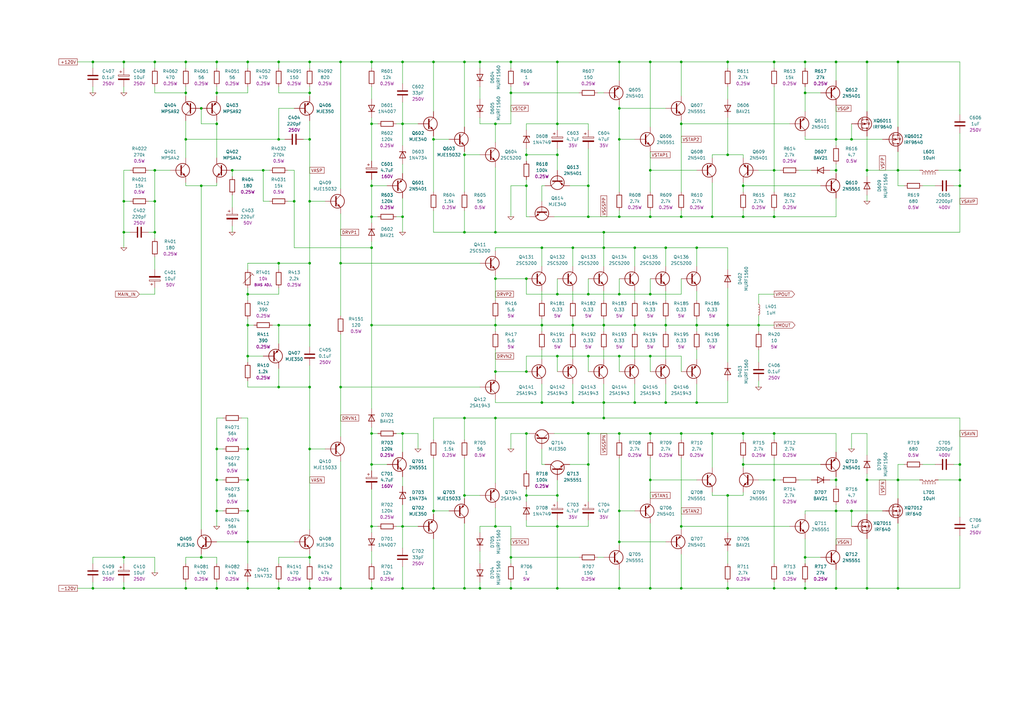
<source format=kicad_sch>
(kicad_sch (version 20211123) (generator eeschema)
  (paper "A3")
  (title_block (title "1400 WATTS RMS CLASS-TD\\nAUDIO POWER AMPLIFIER\\nFOR 4-OHMS LOUDSPEAKER") (date "2022-07-31") (company "MATRIX 1.4 IV T13"))
  (junction (at 260.35 101.6))
  (junction (at 177.8 25.4))
  (junction (at 209.55 25.4))
  (junction (at 260.35 133.35))
  (junction (at 393.7 76.2))
  (junction (at 285.75 165.1))
  (junction (at 304.8 190.5))
  (junction (at 95.25 69.85))
  (junction (at 298.45 25.4))
  (junction (at 114.3 57.15))
  (junction (at 222.25 165.1))
  (junction (at 203.2 215.9))
  (junction (at 82.55 44.45))
  (junction (at 190.5 203.2))
  (junction (at 241.3 177.8))
  (junction (at 241.3 190.5))
  (junction (at 76.2 38.1))
  (junction (at 101.6 209.55))
  (junction (at 215.9 63.5))
  (junction (at 190.5 25.4))
  (junction (at 190.5 63.5))
  (junction (at 349.25 209.55))
  (junction (at 127 133.35))
  (junction (at 88.9 196.85))
  (junction (at 203.2 95.25))
  (junction (at 177.8 209.55))
  (junction (at 165.1 177.8))
  (junction (at 215.9 203.2))
  (junction (at 254 222.25))
  (junction (at 317.5 69.85))
  (junction (at 152.4 177.8))
  (junction (at 107.95 69.85))
  (junction (at 127 228.6))
  (junction (at 63.5 25.4))
  (junction (at 330.2 38.1))
  (junction (at 152.4 215.9))
  (junction (at 355.6 196.85))
  (junction (at 63.5 82.55))
  (junction (at 177.8 241.3))
  (junction (at 349.25 57.15))
  (junction (at 139.7 25.4))
  (junction (at 266.7 25.4))
  (junction (at 101.6 146.05))
  (junction (at 298.45 133.35))
  (junction (at 292.1 88.9))
  (junction (at 228.6 241.3))
  (junction (at 50.8 95.25))
  (junction (at 247.65 101.6))
  (junction (at 330.2 241.3))
  (junction (at 88.9 241.3))
  (junction (at 88.9 25.4))
  (junction (at 203.2 171.45))
  (junction (at 234.95 133.35))
  (junction (at 50.8 228.6))
  (junction (at 63.5 69.85))
  (junction (at 139.7 241.3))
  (junction (at 368.3 241.3))
  (junction (at 342.9 241.3))
  (junction (at 304.8 76.2))
  (junction (at 127 107.95))
  (junction (at 273.05 165.1))
  (junction (at 342.9 196.85))
  (junction (at 139.7 107.95))
  (junction (at 247.65 165.1))
  (junction (at 266.7 120.65))
  (junction (at 254 120.65))
  (junction (at 317.5 241.3))
  (junction (at 152.4 241.3))
  (junction (at 342.9 57.15))
  (junction (at 114.3 241.3))
  (junction (at 317.5 177.8))
  (junction (at 266.7 69.85))
  (junction (at 241.3 76.2))
  (junction (at 209.55 38.1))
  (junction (at 50.8 82.55))
  (junction (at 127 25.4))
  (junction (at 279.4 241.3))
  (junction (at 247.65 95.25))
  (junction (at 254 88.9))
  (junction (at 393.7 196.85))
  (junction (at 266.7 241.3))
  (junction (at 127 241.3))
  (junction (at 228.6 146.05))
  (junction (at 254 57.15))
  (junction (at 38.1 25.4))
  (junction (at 152.4 25.4))
  (junction (at 298.45 63.5))
  (junction (at 152.4 88.9))
  (junction (at 254 209.55))
  (junction (at 254 241.3))
  (junction (at 190.5 171.45))
  (junction (at 279.4 25.4))
  (junction (at 76.2 241.3))
  (junction (at 393.7 190.5))
  (junction (at 38.1 241.3))
  (junction (at 393.7 69.85))
  (junction (at 330.2 228.6))
  (junction (at 234.95 165.1))
  (junction (at 342.9 25.4))
  (junction (at 241.3 88.9))
  (junction (at 203.2 152.4))
  (junction (at 196.85 25.4))
  (junction (at 266.7 88.9))
  (junction (at 228.6 63.5))
  (junction (at 317.5 25.4))
  (junction (at 203.2 114.3))
  (junction (at 247.65 171.45))
  (junction (at 165.1 241.3))
  (junction (at 228.6 50.8))
  (junction (at 152.4 101.6))
  (junction (at 285.75 101.6))
  (junction (at 127 82.55))
  (junction (at 222.25 101.6))
  (junction (at 209.55 228.6))
  (junction (at 165.1 25.4))
  (junction (at 63.5 95.25))
  (junction (at 273.05 101.6))
  (junction (at 127 57.15))
  (junction (at 152.4 76.2))
  (junction (at 234.95 101.6))
  (junction (at 311.15 133.35))
  (junction (at 222.25 133.35))
  (junction (at 292.1 177.8))
  (junction (at 285.75 133.35))
  (junction (at 101.6 184.15))
  (junction (at 127 38.1))
  (junction (at 279.4 215.9))
  (junction (at 152.4 133.35))
  (junction (at 355.6 241.3))
  (junction (at 101.6 241.3))
  (junction (at 368.3 69.85))
  (junction (at 304.8 177.8))
  (junction (at 50.8 241.3))
  (junction (at 196.85 241.3))
  (junction (at 50.8 25.4))
  (junction (at 215.9 177.8))
  (junction (at 82.55 76.2))
  (junction (at 355.6 69.85))
  (junction (at 190.5 241.3))
  (junction (at 215.9 114.3))
  (junction (at 165.1 50.8))
  (junction (at 228.6 215.9))
  (junction (at 342.9 69.85))
  (junction (at 209.55 241.3))
  (junction (at 114.3 133.35))
  (junction (at 114.3 107.95))
  (junction (at 114.3 25.4))
  (junction (at 101.6 222.25))
  (junction (at 82.55 228.6))
  (junction (at 342.9 209.55))
  (junction (at 266.7 146.05))
  (junction (at 241.3 146.05))
  (junction (at 88.9 38.1))
  (junction (at 368.3 196.85))
  (junction (at 304.8 88.9))
  (junction (at 254 146.05))
  (junction (at 266.7 196.85))
  (junction (at 228.6 25.4))
  (junction (at 279.4 50.8))
  (junction (at 101.6 196.85))
  (junction (at 228.6 120.65))
  (junction (at 203.2 50.8))
  (junction (at 190.5 95.25))
  (junction (at 127 158.75))
  (junction (at 260.35 165.1))
  (junction (at 355.6 25.4))
  (junction (at 228.6 203.2))
  (junction (at 101.6 133.35))
  (junction (at 76.2 57.15))
  (junction (at 254 177.8))
  (junction (at 241.3 120.65))
  (junction (at 101.6 25.4))
  (junction (at 215.9 76.2))
  (junction (at 279.4 88.9))
  (junction (at 120.65 82.55))
  (junction (at 88.9 209.55))
  (junction (at 254 44.45))
  (junction (at 127 184.15))
  (junction (at 298.45 203.2))
  (junction (at 177.8 57.15))
  (junction (at 254 25.4))
  (junction (at 114.3 158.75))
  (junction (at 152.4 190.5))
  (junction (at 88.9 50.8))
  (junction (at 152.4 50.8))
  (junction (at 368.3 25.4))
  (junction (at 298.45 241.3))
  (junction (at 203.2 133.35))
  (junction (at 101.6 120.65))
  (junction (at 76.2 25.4))
  (junction (at 266.7 177.8))
  (junction (at 139.7 158.75))
  (junction (at 247.65 133.35))
  (junction (at 88.9 184.15))
  (junction (at 317.5 196.85))
  (junction (at 165.1 215.9))
  (junction (at 330.2 25.4))
  (junction (at 317.5 88.9))
  (junction (at 279.4 177.8))
  (junction (at 215.9 152.4))
  (junction (at 273.05 133.35))
  (junction (at 165.1 88.9))
  (wire (pts (xy 38.1 228.6) (xy 50.8 228.6)))
  (wire (pts (xy 241.3 60.96) (xy 241.3 76.2)))
  (wire (pts (xy 342.9 57.15) (xy 342.9 59.69)))
  (wire (pts (xy 127 35.56) (xy 127 38.1)))
  (wire (pts (xy 304.8 177.8) (xy 304.8 180.34)))
  (wire (pts (xy 203.2 50.8) (xy 209.55 50.8)))
  (wire (pts (xy 228.6 213.36) (xy 228.6 215.9)))
  (wire (pts (xy 368.3 190.5) (xy 370.84 190.5)))
  (wire (pts (xy 273.05 133.35) (xy 273.05 135.89)))
  (wire (pts (xy 317.5 69.85) (xy 320.04 69.85)))
  (wire (pts (xy 63.5 82.55) (xy 63.5 95.25)))
  (wire (pts (xy 228.6 146.05) (xy 241.3 146.05)))
  (wire (pts (xy 340.36 196.85) (xy 342.9 196.85)))
  (wire (pts (xy 330.2 25.4) (xy 330.2 27.94)))
  (wire (pts (xy 228.6 120.65) (xy 228.6 114.3)))
  (wire (pts (xy 118.11 69.85) (xy 120.65 69.85)))
  (wire (pts (xy 101.6 146.05) (xy 101.6 148.59)))
  (wire (pts (xy 368.3 25.4) (xy 368.3 52.07)))
  (wire (pts (xy 127 228.6) (xy 127 231.14)))
  (wire (pts (xy 190.5 171.45) (xy 190.5 180.34)))
  (wire (pts (xy 317.5 238.76) (xy 317.5 241.3)))
  (wire (pts (xy 298.45 25.4) (xy 317.5 25.4)))
  (wire (pts (xy 285.75 157.48) (xy 285.75 165.1)))
  (wire (pts (xy 304.8 201.93) (xy 304.8 203.2)))
  (wire (pts (xy 355.6 220.98) (xy 355.6 241.3)))
  (wire (pts (xy 88.9 50.8) (xy 88.9 64.77)))
  (wire (pts (xy 101.6 110.49) (xy 101.6 107.95)))
  (wire (pts (xy 152.4 241.3) (xy 165.1 241.3)))
  (wire (pts (xy 190.5 25.4) (xy 196.85 25.4)))
  (wire (pts (xy 260.35 101.6) (xy 273.05 101.6)))
  (wire (pts (xy 247.65 171.45) (xy 393.7 171.45)))
  (wire (pts (xy 203.2 95.25) (xy 247.65 95.25)))
  (wire (pts (xy 114.3 25.4) (xy 114.3 27.94)))
  (wire (pts (xy 196.85 215.9) (xy 203.2 215.9)))
  (wire (pts (xy 378.46 76.2) (xy 383.54 76.2)))
  (wire (pts (xy 82.55 76.2) (xy 88.9 76.2)))
  (wire (pts (xy 304.8 74.93) (xy 304.8 76.2)))
  (wire (pts (xy 127 25.4) (xy 127 27.94)))
  (wire (pts (xy 95.25 69.85) (xy 107.95 69.85)))
  (wire (pts (xy 76.2 238.76) (xy 76.2 241.3)))
  (wire (pts (xy 215.9 50.8) (xy 228.6 50.8)))
  (wire (pts (xy 254 44.45) (xy 254 57.15)))
  (wire (pts (xy 317.5 231.14) (xy 317.5 196.85)))
  (wire (pts (xy 254 120.65) (xy 266.7 120.65)))
  (wire (pts (xy 279.4 120.65) (xy 279.4 114.3)))
  (wire (pts (xy 254 233.68) (xy 254 241.3)))
  (wire (pts (xy 298.45 203.2) (xy 298.45 218.44)))
  (wire (pts (xy 152.4 35.56) (xy 152.4 40.64)))
  (wire (pts (xy 196.85 238.76) (xy 196.85 241.3)))
  (wire (pts (xy 228.6 63.5) (xy 228.6 69.85)))
  (wire (pts (xy 393.7 219.71) (xy 393.7 241.3)))
  (wire (pts (xy 196.85 50.8) (xy 203.2 50.8)))
  (wire (pts (xy 247.65 143.51) (xy 247.65 147.32)))
  (wire (pts (xy 209.55 241.3) (xy 228.6 241.3)))
  (wire (pts (xy 298.45 133.35) (xy 298.45 148.59)))
  (wire (pts (xy 279.4 86.36) (xy 279.4 88.9)))
  (wire (pts (xy 127 238.76) (xy 127 241.3)))
  (wire (pts (xy 88.9 228.6) (xy 88.9 231.14)))
  (wire (pts (xy 241.3 146.05) (xy 254 146.05)))
  (wire (pts (xy 317.5 69.85) (xy 311.15 69.85)))
  (wire (pts (xy 63.5 25.4) (xy 76.2 25.4)))
  (wire (pts (xy 76.2 57.15) (xy 114.3 57.15)))
  (wire (pts (xy 327.66 69.85) (xy 332.74 69.85)))
  (wire (pts (xy 38.1 241.3) (xy 50.8 241.3)))
  (wire (pts (xy 101.6 241.3) (xy 114.3 241.3)))
  (wire (pts (xy 215.9 53.34) (xy 215.9 50.8)))
  (wire (pts (xy 203.2 171.45) (xy 247.65 171.45)))
  (wire (pts (xy 304.8 88.9) (xy 317.5 88.9)))
  (wire (pts (xy 101.6 146.05) (xy 107.95 146.05)))
  (wire (pts (xy 165.1 25.4) (xy 177.8 25.4)))
  (wire (pts (xy 254 241.3) (xy 266.7 241.3)))
  (wire (pts (xy 266.7 196.85) (xy 285.75 196.85)))
  (wire (pts (xy 139.7 107.95) (xy 196.85 107.95)))
  (wire (pts (xy 139.7 25.4) (xy 152.4 25.4)))
  (wire (pts (xy 99.06 209.55) (xy 101.6 209.55)))
  (wire (pts (xy 342.9 81.28) (xy 342.9 88.9)))
  (wire (pts (xy 127 38.1) (xy 114.3 38.1)))
  (wire (pts (xy 165.1 25.4) (xy 165.1 34.29)))
  (wire (pts (xy 273.05 130.81) (xy 273.05 133.35)))
  (wire (pts (xy 227.33 177.8) (xy 241.3 177.8)))
  (wire (pts (xy 304.8 190.5) (xy 304.8 191.77)))
  (wire (pts (xy 101.6 156.21) (xy 101.6 158.75)))
  (wire (pts (xy 60.96 95.25) (xy 63.5 95.25)))
  (wire (pts (xy 190.5 187.96) (xy 190.5 203.2)))
  (wire (pts (xy 217.17 177.8) (xy 215.9 177.8)))
  (wire (pts (xy 165.1 195.58) (xy 165.1 199.39)))
  (wire (pts (xy 215.9 146.05) (xy 215.9 152.4)))
  (wire (pts (xy 245.11 38.1) (xy 247.65 38.1)))
  (wire (pts (xy 88.9 241.3) (xy 101.6 241.3)))
  (wire (pts (xy 349.25 57.15) (xy 361.95 57.15)))
  (wire (pts (xy 177.8 95.25) (xy 190.5 95.25)))
  (wire (pts (xy 355.6 55.88) (xy 355.6 69.85)))
  (wire (pts (xy 273.05 119.38) (xy 273.05 123.19)))
  (wire (pts (xy 209.55 76.2) (xy 215.9 76.2)))
  (wire (pts (xy 254 88.9) (xy 266.7 88.9)))
  (wire (pts (xy 209.55 25.4) (xy 228.6 25.4)))
  (wire (pts (xy 298.45 238.76) (xy 298.45 241.3)))
  (wire (pts (xy 393.7 190.5) (xy 393.7 196.85)))
  (wire (pts (xy 368.3 25.4) (xy 393.7 25.4)))
  (wire (pts (xy 311.15 133.35) (xy 311.15 135.89)))
  (wire (pts (xy 101.6 196.85) (xy 101.6 209.55)))
  (wire (pts (xy 349.25 177.8) (xy 355.6 177.8)))
  (wire (pts (xy 254 120.65) (xy 254 114.3)))
  (wire (pts (xy 101.6 118.11) (xy 101.6 120.65)))
  (wire (pts (xy 101.6 35.56) (xy 101.6 38.1)))
  (wire (pts (xy 158.75 76.2) (xy 152.4 76.2)))
  (wire (pts (xy 241.3 177.8) (xy 241.3 190.5)))
  (wire (pts (xy 101.6 130.81) (xy 101.6 133.35)))
  (wire (pts (xy 203.2 130.81) (xy 203.2 133.35)))
  (wire (pts (xy 114.3 158.75) (xy 127 158.75)))
  (wire (pts (xy 254 187.96) (xy 254 209.55)))
  (wire (pts (xy 254 177.8) (xy 266.7 177.8)))
  (wire (pts (xy 88.9 209.55) (xy 91.44 209.55)))
  (wire (pts (xy 88.9 222.25) (xy 101.6 222.25)))
  (wire (pts (xy 222.25 143.51) (xy 222.25 147.32)))
  (wire (pts (xy 120.65 101.6) (xy 152.4 101.6)))
  (wire (pts (xy 203.2 171.45) (xy 203.2 198.12)))
  (wire (pts (xy 311.15 133.35) (xy 317.5 133.35)))
  (wire (pts (xy 260.35 133.35) (xy 273.05 133.35)))
  (wire (pts (xy 63.5 69.85) (xy 63.5 82.55)))
  (wire (pts (xy 165.1 215.9) (xy 171.45 215.9)))
  (wire (pts (xy 355.6 25.4) (xy 368.3 25.4)))
  (wire (pts (xy 196.85 35.56) (xy 196.85 40.64)))
  (wire (pts (xy 127 158.75) (xy 127 149.86)))
  (wire (pts (xy 196.85 226.06) (xy 196.85 231.14)))
  (wire (pts (xy 311.15 156.21) (xy 311.15 158.75)))
  (wire (pts (xy 63.5 234.95) (xy 63.5 228.6)))
  (wire (pts (xy 76.2 228.6) (xy 76.2 231.14)))
  (wire (pts (xy 279.4 187.96) (xy 279.4 215.9)))
  (wire (pts (xy 228.6 50.8) (xy 228.6 53.34)))
  (wire (pts (xy 177.8 25.4) (xy 190.5 25.4)))
  (wire (pts (xy 114.3 107.95) (xy 127 107.95)))
  (wire (pts (xy 165.1 88.9) (xy 165.1 95.25)))
  (wire (pts (xy 311.15 120.65) (xy 311.15 124.46)))
  (wire (pts (xy 139.7 25.4) (xy 139.7 77.47)))
  (wire (pts (xy 127 38.1) (xy 127 39.37)))
  (wire (pts (xy 203.2 68.58) (xy 203.2 95.25)))
  (wire (pts (xy 127 184.15) (xy 133.35 184.15)))
  (wire (pts (xy 165.1 215.9) (xy 165.1 224.79)))
  (wire (pts (xy 53.34 69.85) (xy 50.8 69.85)))
  (wire (pts (xy 241.3 120.65) (xy 254 120.65)))
  (wire (pts (xy 215.9 63.5) (xy 215.9 66.04)))
  (wire (pts (xy 222.25 101.6) (xy 234.95 101.6)))
  (wire (pts (xy 298.45 63.5) (xy 292.1 63.5)))
  (wire (pts (xy 279.4 25.4) (xy 279.4 39.37)))
  (wire (pts (xy 317.5 25.4) (xy 330.2 25.4)))
  (wire (pts (xy 162.56 177.8) (xy 165.1 177.8)))
  (wire (pts (xy 177.8 241.3) (xy 190.5 241.3)))
  (wire (pts (xy 114.3 151.13) (xy 114.3 158.75)))
  (wire (pts (xy 266.7 62.23) (xy 266.7 69.85)))
  (wire (pts (xy 228.6 215.9) (xy 228.6 241.3)))
  (wire (pts (xy 247.65 101.6) (xy 234.95 101.6)))
  (wire (pts (xy 222.25 157.48) (xy 222.25 165.1)))
  (wire (pts (xy 260.35 101.6) (xy 260.35 109.22)))
  (wire (pts (xy 38.1 231.14) (xy 38.1 228.6)))
  (wire (pts (xy 279.4 50.8) (xy 279.4 78.74)))
  (wire (pts (xy 120.65 82.55) (xy 120.65 101.6)))
  (wire (pts (xy 298.45 48.26) (xy 298.45 63.5)))
  (wire (pts (xy 254 43.18) (xy 254 44.45)))
  (wire (pts (xy 393.7 171.45) (xy 393.7 190.5)))
  (wire (pts (xy 222.25 190.5) (xy 222.25 184.15)))
  (wire (pts (xy 260.35 157.48) (xy 260.35 165.1)))
  (wire (pts (xy 247.65 133.35) (xy 234.95 133.35)))
  (wire (pts (xy 127 107.95) (xy 127 133.35)))
  (wire (pts (xy 154.94 177.8) (xy 152.4 177.8)))
  (wire (pts (xy 247.65 95.25) (xy 393.7 95.25)))
  (wire (pts (xy 254 222.25) (xy 254 223.52)))
  (wire (pts (xy 165.1 241.3) (xy 177.8 241.3)))
  (wire (pts (xy 152.4 99.06) (xy 152.4 101.6)))
  (wire (pts (xy 209.55 25.4) (xy 209.55 27.94)))
  (wire (pts (xy 368.3 241.3) (xy 393.7 241.3)))
  (wire (pts (xy 101.6 120.65) (xy 114.3 120.65)))
  (wire (pts (xy 228.6 25.4) (xy 228.6 50.8)))
  (wire (pts (xy 215.9 73.66) (xy 215.9 76.2)))
  (wire (pts (xy 177.8 57.15) (xy 184.15 57.15)))
  (wire (pts (xy 228.6 60.96) (xy 228.6 63.5)))
  (wire (pts (xy 317.5 35.56) (xy 317.5 69.85)))
  (wire (pts (xy 209.55 238.76) (xy 209.55 241.3)))
  (wire (pts (xy 190.5 214.63) (xy 190.5 241.3)))
  (wire (pts (xy 76.2 35.56) (xy 76.2 38.1)))
  (wire (pts (xy 190.5 63.5) (xy 190.5 78.74)))
  (wire (pts (xy 327.66 196.85) (xy 332.74 196.85)))
  (wire (pts (xy 120.65 69.85) (xy 120.65 82.55)))
  (wire (pts (xy 101.6 158.75) (xy 114.3 158.75)))
  (wire (pts (xy 228.6 205.74) (xy 228.6 203.2)))
  (wire (pts (xy 266.7 187.96) (xy 266.7 196.85)))
  (wire (pts (xy 76.2 74.93) (xy 76.2 76.2)))
  (wire (pts (xy 285.75 101.6) (xy 298.45 101.6)))
  (wire (pts (xy 384.81 196.85) (xy 393.7 196.85)))
  (wire (pts (xy 165.1 50.8) (xy 165.1 59.69)))
  (wire (pts (xy 292.1 74.93) (xy 292.1 88.9)))
  (wire (pts (xy 203.2 152.4) (xy 203.2 153.67)))
  (wire (pts (xy 63.5 120.65) (xy 57.15 120.65)))
  (wire (pts (xy 203.2 114.3) (xy 203.2 123.19)))
  (wire (pts (xy 152.4 73.66) (xy 152.4 76.2)))
  (wire (pts (xy 76.2 76.2) (xy 82.55 76.2)))
  (wire (pts (xy 114.3 133.35) (xy 127 133.35)))
  (wire (pts (xy 215.9 63.5) (xy 215.9 60.96)))
  (wire (pts (xy 190.5 25.4) (xy 190.5 52.07)))
  (wire (pts (xy 152.4 48.26) (xy 152.4 50.8)))
  (wire (pts (xy 228.6 215.9) (xy 241.3 215.9)))
  (wire (pts (xy 63.5 118.11) (xy 63.5 120.65)))
  (wire (pts (xy 114.3 44.45) (xy 120.65 44.45)))
  (wire (pts (xy 60.96 69.85) (xy 63.5 69.85)))
  (wire (pts (xy 95.25 69.85) (xy 95.25 72.39)))
  (wire (pts (xy 152.4 175.26) (xy 152.4 177.8)))
  (wire (pts (xy 279.4 50.8) (xy 323.85 50.8)))
  (wire (pts (xy 165.1 232.41) (xy 165.1 241.3)))
  (wire (pts (xy 234.95 119.38) (xy 234.95 123.19)))
  (wire (pts (xy 330.2 38.1) (xy 330.2 45.72)))
  (wire (pts (xy 88.9 238.76) (xy 88.9 241.3)))
  (wire (pts (xy 355.6 69.85) (xy 368.3 69.85)))
  (wire (pts (xy 215.9 120.65) (xy 215.9 114.3)))
  (wire (pts (xy 393.7 69.85) (xy 393.7 76.2)))
  (wire (pts (xy 222.25 165.1) (xy 234.95 165.1)))
  (wire (pts (xy 152.4 226.06) (xy 152.4 231.14)))
  (wire (pts (xy 177.8 209.55) (xy 184.15 209.55)))
  (wire (pts (xy 82.55 44.45) (xy 82.55 50.8)))
  (wire (pts (xy 114.3 238.76) (xy 114.3 241.3)))
  (wire (pts (xy 266.7 214.63) (xy 266.7 241.3)))
  (wire (pts (xy 317.5 78.74) (xy 317.5 69.85)))
  (wire (pts (xy 88.9 209.55) (xy 88.9 196.85)))
  (wire (pts (xy 190.5 95.25) (xy 203.2 95.25)))
  (wire (pts (xy 384.81 69.85) (xy 393.7 69.85)))
  (wire (pts (xy 349.25 184.15) (xy 349.25 177.8)))
  (wire (pts (xy 177.8 209.55) (xy 177.8 210.82)))
  (wire (pts (xy 63.5 228.6) (xy 50.8 228.6)))
  (wire (pts (xy 222.25 101.6) (xy 222.25 109.22)))
  (wire (pts (xy 342.9 207.01) (xy 342.9 209.55)))
  (wire (pts (xy 139.7 87.63) (xy 139.7 107.95)))
  (wire (pts (xy 114.3 118.11) (xy 114.3 120.65)))
  (wire (pts (xy 266.7 120.65) (xy 266.7 114.3)))
  (wire (pts (xy 152.4 215.9) (xy 152.4 218.44)))
  (wire (pts (xy 260.35 130.81) (xy 260.35 133.35)))
  (wire (pts (xy 342.9 195.58) (xy 342.9 196.85)))
  (wire (pts (xy 190.5 63.5) (xy 196.85 63.5)))
  (wire (pts (xy 254 177.8) (xy 254 180.34)))
  (wire (pts (xy 254 146.05) (xy 254 152.4)))
  (wire (pts (xy 227.33 88.9) (xy 241.3 88.9)))
  (wire (pts (xy 247.65 165.1) (xy 247.65 171.45)))
  (wire (pts (xy 139.7 241.3) (xy 152.4 241.3)))
  (wire (pts (xy 368.3 76.2) (xy 370.84 76.2)))
  (wire (pts (xy 260.35 119.38) (xy 260.35 123.19)))
  (wire (pts (xy 101.6 25.4) (xy 101.6 27.94)))
  (wire (pts (xy 317.5 177.8) (xy 317.5 180.34)))
  (wire (pts (xy 355.6 25.4) (xy 355.6 45.72)))
  (wire (pts (xy 127 184.15) (xy 127 217.17)))
  (wire (pts (xy 223.52 76.2) (xy 222.25 76.2)))
  (wire (pts (xy 152.4 50.8) (xy 154.94 50.8)))
  (wire (pts (xy 101.6 238.76) (xy 101.6 241.3)))
  (wire (pts (xy 241.3 215.9) (xy 241.3 213.36)))
  (wire (pts (xy 393.7 54.61) (xy 393.7 69.85)))
  (wire (pts (xy 162.56 50.8) (xy 165.1 50.8)))
  (wire (pts (xy 391.16 76.2) (xy 393.7 76.2)))
  (wire (pts (xy 203.2 143.51) (xy 203.2 152.4)))
  (wire (pts (xy 279.4 177.8) (xy 292.1 177.8)))
  (wire (pts (xy 266.7 25.4) (xy 279.4 25.4)))
  (wire (pts (xy 368.3 196.85) (xy 377.19 196.85)))
  (wire (pts (xy 349.25 209.55) (xy 361.95 209.55)))
  (wire (pts (xy 152.4 177.8) (xy 152.4 190.5)))
  (wire (pts (xy 139.7 137.16) (xy 139.7 158.75)))
  (wire (pts (xy 177.8 180.34) (xy 177.8 171.45)))
  (wire (pts (xy 101.6 222.25) (xy 101.6 231.14)))
  (wire (pts (xy 63.5 25.4) (xy 63.5 27.94)))
  (wire (pts (xy 254 209.55) (xy 254 222.25)))
  (wire (pts (xy 279.4 241.3) (xy 298.45 241.3)))
  (wire (pts (xy 273.05 143.51) (xy 273.05 147.32)))
  (wire (pts (xy 50.8 69.85) (xy 50.8 82.55)))
  (wire (pts (xy 292.1 203.2) (xy 298.45 203.2)))
  (wire (pts (xy 215.9 146.05) (xy 228.6 146.05)))
  (wire (pts (xy 196.85 25.4) (xy 209.55 25.4)))
  (wire (pts (xy 38.1 238.76) (xy 38.1 241.3)))
  (wire (pts (xy 355.6 194.31) (xy 355.6 196.85)))
  (wire (pts (xy 304.8 190.5) (xy 336.55 190.5)))
  (wire (pts (xy 223.52 190.5) (xy 222.25 190.5)))
  (wire (pts (xy 82.55 227.33) (xy 82.55 228.6)))
  (wire (pts (xy 88.9 184.15) (xy 88.9 171.45)))
  (wire (pts (xy 114.3 57.15) (xy 116.84 57.15)))
  (wire (pts (xy 114.3 241.3) (xy 127 241.3)))
  (wire (pts (xy 63.5 95.25) (xy 63.5 97.79)))
  (wire (pts (xy 31.75 25.4) (xy 38.1 25.4)))
  (wire (pts (xy 60.96 82.55) (xy 63.5 82.55)))
  (wire (pts (xy 82.55 228.6) (xy 88.9 228.6)))
  (wire (pts (xy 196.85 241.3) (xy 209.55 241.3)))
  (wire (pts (xy 215.9 203.2) (xy 215.9 205.74)))
  (wire (pts (xy 330.2 57.15) (xy 342.9 57.15)))
  (wire (pts (xy 241.3 120.65) (xy 241.3 114.3)))
  (wire (pts (xy 76.2 38.1) (xy 76.2 39.37)))
  (wire (pts (xy 266.7 146.05) (xy 279.4 146.05)))
  (wire (pts (xy 190.5 86.36) (xy 190.5 95.25)))
  (wire (pts (xy 298.45 25.4) (xy 298.45 27.94)))
  (wire (pts (xy 63.5 105.41) (xy 63.5 110.49)))
  (wire (pts (xy 292.1 177.8) (xy 292.1 191.77)))
  (wire (pts (xy 222.25 76.2) (xy 222.25 82.55)))
  (wire (pts (xy 330.2 210.82) (xy 330.2 209.55)))
  (wire (pts (xy 228.6 50.8) (xy 241.3 50.8)))
  (wire (pts (xy 50.8 25.4) (xy 50.8 27.94)))
  (wire (pts (xy 304.8 76.2) (xy 336.55 76.2)))
  (wire (pts (xy 215.9 200.66) (xy 215.9 203.2)))
  (wire (pts (xy 234.95 130.81) (xy 234.95 133.35)))
  (wire (pts (xy 209.55 88.9) (xy 209.55 76.2)))
  (wire (pts (xy 266.7 25.4) (xy 266.7 52.07)))
  (wire (pts (xy 177.8 187.96) (xy 177.8 209.55)))
  (wire (pts (xy 190.5 203.2) (xy 190.5 204.47)))
  (wire (pts (xy 152.4 88.9) (xy 154.94 88.9)))
  (wire (pts (xy 209.55 38.1) (xy 209.55 50.8)))
  (wire (pts (xy 279.4 227.33) (xy 279.4 241.3)))
  (wire (pts (xy 279.4 146.05) (xy 279.4 152.4)))
  (wire (pts (xy 209.55 38.1) (xy 237.49 38.1)))
  (wire (pts (xy 241.3 190.5) (xy 241.3 205.74)))
  (wire (pts (xy 247.65 133.35) (xy 247.65 135.89)))
  (wire (pts (xy 99.06 171.45) (xy 101.6 171.45)))
  (wire (pts (xy 127 227.33) (xy 127 228.6)))
  (wire (pts (xy 139.7 158.75) (xy 139.7 179.07)))
  (wire (pts (xy 355.6 196.85) (xy 368.3 196.85)))
  (wire (pts (xy 114.3 35.56) (xy 114.3 38.1)))
  (wire (pts (xy 273.05 101.6) (xy 273.05 109.22)))
  (wire (pts (xy 330.2 228.6) (xy 330.2 231.14)))
  (wire (pts (xy 165.1 177.8) (xy 165.1 185.42)))
  (wire (pts (xy 228.6 241.3) (xy 254 241.3)))
  (wire (pts (xy 304.8 86.36) (xy 304.8 88.9)))
  (wire (pts (xy 127 82.55) (xy 127 107.95)))
  (wire (pts (xy 285.75 101.6) (xy 285.75 109.22)))
  (wire (pts (xy 355.6 69.85) (xy 355.6 72.39)))
  (wire (pts (xy 196.85 25.4) (xy 196.85 27.94)))
  (wire (pts (xy 165.1 67.31) (xy 165.1 71.12)))
  (wire (pts (xy 228.6 146.05) (xy 228.6 152.4)))
  (wire (pts (xy 76.2 25.4) (xy 88.9 25.4)))
  (wire (pts (xy 247.65 119.38) (xy 247.65 123.19)))
  (wire (pts (xy 298.45 226.06) (xy 298.45 231.14)))
  (wire (pts (xy 342.9 43.18) (xy 342.9 57.15)))
  (wire (pts (xy 279.4 49.53) (xy 279.4 50.8)))
  (wire (pts (xy 298.45 203.2) (xy 304.8 203.2)))
  (wire (pts (xy 285.75 133.35) (xy 285.75 135.89)))
  (wire (pts (xy 234.95 133.35) (xy 222.25 133.35)))
  (wire (pts (xy 279.4 88.9) (xy 292.1 88.9)))
  (wire (pts (xy 393.7 76.2) (xy 393.7 95.25)))
  (wire (pts (xy 203.2 215.9) (xy 209.55 215.9)))
  (wire (pts (xy 355.6 177.8) (xy 355.6 186.69)))
  (wire (pts (xy 273.05 44.45) (xy 254 44.45)))
  (wire (pts (xy 76.2 49.53) (xy 76.2 57.15)))
  (wire (pts (xy 165.1 81.28) (xy 165.1 88.9)))
  (wire (pts (xy 273.05 165.1) (xy 285.75 165.1)))
  (wire (pts (xy 285.75 119.38) (xy 285.75 123.19)))
  (wire (pts (xy 215.9 120.65) (xy 228.6 120.65)))
  (wire (pts (xy 241.3 50.8) (xy 241.3 53.34)))
  (wire (pts (xy 342.9 25.4) (xy 355.6 25.4)))
  (wire (pts (xy 165.1 207.01) (xy 165.1 215.9)))
  (wire (pts (xy 101.6 222.25) (xy 120.65 222.25)))
  (wire (pts (xy 279.4 25.4) (xy 298.45 25.4)))
  (wire (pts (xy 171.45 177.8) (xy 165.1 177.8)))
  (wire (pts (xy 152.4 88.9) (xy 152.4 91.44)))
  (wire (pts (xy 152.4 25.4) (xy 152.4 27.94)))
  (wire (pts (xy 111.76 133.35) (xy 114.3 133.35)))
  (wire (pts (xy 107.95 69.85) (xy 107.95 82.55)))
  (wire (pts (xy 298.45 156.21) (xy 298.45 165.1)))
  (wire (pts (xy 162.56 215.9) (xy 165.1 215.9)))
  (wire (pts (xy 317.5 177.8) (xy 342.9 177.8)))
  (wire (pts (xy 222.25 133.35) (xy 222.25 135.89)))
  (wire (pts (xy 241.3 146.05) (xy 241.3 152.4)))
  (wire (pts (xy 177.8 25.4) (xy 177.8 45.72)))
  (wire (pts (xy 127 82.55) (xy 133.35 82.55)))
  (wire (pts (xy 311.15 143.51) (xy 311.15 148.59)))
  (wire (pts (xy 355.6 196.85) (xy 355.6 210.82)))
  (wire (pts (xy 241.3 88.9) (xy 254 88.9)))
  (wire (pts (xy 330.2 238.76) (xy 330.2 241.3)))
  (wire (pts (xy 233.68 76.2) (xy 241.3 76.2)))
  (wire (pts (xy 292.1 88.9) (xy 304.8 88.9)))
  (wire (pts (xy 177.8 220.98) (xy 177.8 241.3)))
  (wire (pts (xy 330.2 209.55) (xy 342.9 209.55)))
  (wire (pts (xy 63.5 35.56) (xy 63.5 38.1)))
  (wire (pts (xy 203.2 133.35) (xy 203.2 135.89)))
  (wire (pts (xy 330.2 228.6) (xy 336.55 228.6)))
  (wire (pts (xy 101.6 209.55) (xy 101.6 222.25)))
  (wire (pts (xy 152.4 101.6) (xy 152.4 133.35)))
  (wire (pts (xy 38.1 35.56) (xy 38.1 38.1)))
  (wire (pts (xy 165.1 50.8) (xy 171.45 50.8)))
  (wire (pts (xy 124.46 57.15) (xy 127 57.15)))
  (wire (pts (xy 228.6 120.65) (xy 241.3 120.65)))
  (wire (pts (xy 330.2 35.56) (xy 330.2 38.1)))
  (wire (pts (xy 273.05 157.48) (xy 273.05 165.1)))
  (wire (pts (xy 273.05 101.6) (xy 285.75 101.6)))
  (wire (pts (xy 203.2 208.28) (xy 203.2 215.9)))
  (wire (pts (xy 247.65 101.6) (xy 247.65 109.22)))
  (wire (pts (xy 152.4 238.76) (xy 152.4 241.3)))
  (wire (pts (xy 88.9 38.1) (xy 88.9 39.37)))
  (wire (pts (xy 114.3 25.4) (xy 127 25.4)))
  (wire (pts (xy 88.9 38.1) (xy 101.6 38.1)))
  (wire (pts (xy 139.7 158.75) (xy 196.85 158.75)))
  (wire (pts (xy 203.2 165.1) (xy 222.25 165.1)))
  (wire (pts (xy 203.2 152.4) (xy 215.9 152.4)))
  (wire (pts (xy 88.9 49.53) (xy 88.9 50.8)))
  (wire (pts (xy 368.3 69.85) (xy 368.3 76.2)))
  (wire (pts (xy 342.9 69.85) (xy 342.9 71.12)))
  (wire (pts (xy 152.4 50.8) (xy 152.4 66.04)))
  (wire (pts (xy 304.8 177.8) (xy 317.5 177.8)))
  (wire (pts (xy 203.2 114.3) (xy 215.9 114.3)))
  (wire (pts (xy 118.11 82.55) (xy 120.65 82.55)))
  (wire (pts (xy 162.56 88.9) (xy 165.1 88.9)))
  (wire (pts (xy 254 86.36) (xy 254 88.9)))
  (wire (pts (xy 101.6 133.35) (xy 101.6 146.05)))
  (wire (pts (xy 215.9 76.2) (xy 215.9 88.9)))
  (wire (pts (xy 298.45 118.11) (xy 298.45 133.35)))
  (wire (pts (xy 114.3 228.6) (xy 127 228.6)))
  (wire (pts (xy 177.8 86.36) (xy 177.8 95.25)))
  (wire (pts (xy 50.8 228.6) (xy 50.8 231.14)))
  (wire (pts (xy 88.9 209.55) (xy 88.9 215.9)))
  (wire (pts (xy 177.8 57.15) (xy 177.8 78.74)))
  (wire (pts (xy 152.4 190.5) (xy 152.4 193.04)))
  (wire (pts (xy 254 146.05) (xy 266.7 146.05)))
  (wire (pts (xy 88.9 171.45) (xy 91.44 171.45)))
  (wire (pts (xy 215.9 88.9) (xy 217.17 88.9)))
  (wire (pts (xy 241.3 177.8) (xy 254 177.8)))
  (wire (pts (xy 228.6 25.4) (xy 254 25.4)))
  (wire (pts (xy 114.3 107.95) (xy 114.3 110.49)))
  (wire (pts (xy 31.75 241.3) (xy 38.1 241.3)))
  (wire (pts (xy 317.5 241.3) (xy 330.2 241.3)))
  (wire (pts (xy 260.35 143.51) (xy 260.35 147.32)))
  (wire (pts (xy 171.45 184.15) (xy 171.45 177.8)))
  (wire (pts (xy 311.15 129.54) (xy 311.15 133.35)))
  (wire (pts (xy 88.9 196.85) (xy 91.44 196.85)))
  (wire (pts (xy 203.2 101.6) (xy 203.2 102.87)))
  (wire (pts (xy 254 25.4) (xy 266.7 25.4)))
  (wire (pts (xy 266.7 196.85) (xy 266.7 204.47)))
  (wire (pts (xy 342.9 177.8) (xy 342.9 185.42)))
  (wire (pts (xy 342.9 241.3) (xy 355.6 241.3)))
  (wire (pts (xy 245.11 228.6) (xy 247.65 228.6)))
  (wire (pts (xy 82.55 50.8) (xy 88.9 50.8)))
  (wire (pts (xy 391.16 190.5) (xy 393.7 190.5)))
  (wire (pts (xy 254 57.15) (xy 260.35 57.15)))
  (wire (pts (xy 50.8 82.55) (xy 50.8 95.25)))
  (wire (pts (xy 317.5 187.96) (xy 317.5 196.85)))
  (wire (pts (xy 152.4 76.2) (xy 152.4 88.9)))
  (wire (pts (xy 304.8 63.5) (xy 298.45 63.5)))
  (wire (pts (xy 234.95 143.51) (xy 234.95 147.32)))
  (wire (pts (xy 285.75 165.1) (xy 298.45 165.1)))
  (wire (pts (xy 342.9 233.68) (xy 342.9 241.3)))
  (wire (pts (xy 279.4 177.8) (xy 279.4 180.34)))
  (wire (pts (xy 152.4 190.5) (xy 158.75 190.5)))
  (wire (pts (xy 254 25.4) (xy 254 33.02)))
  (wire (pts (xy 76.2 57.15) (xy 76.2 64.77)))
  (wire (pts (xy 152.4 133.35) (xy 203.2 133.35)))
  (wire (pts (xy 266.7 86.36) (xy 266.7 88.9)))
  (wire (pts (xy 247.65 165.1) (xy 260.35 165.1)))
  (wire (pts (xy 285.75 143.51) (xy 285.75 147.32)))
  (wire (pts (xy 127 25.4) (xy 139.7 25.4)))
  (wire (pts (xy 317.5 86.36) (xy 317.5 88.9)))
  (wire (pts (xy 292.1 63.5) (xy 292.1 64.77)))
  (wire (pts (xy 88.9 196.85) (xy 88.9 184.15)))
  (wire (pts (xy 317.5 88.9) (xy 342.9 88.9)))
  (wire (pts (xy 228.6 196.85) (xy 228.6 203.2)))
  (wire (pts (xy 393.7 25.4) (xy 393.7 46.99)))
  (wire (pts (xy 222.25 130.81) (xy 222.25 133.35)))
  (wire (pts (xy 285.75 133.35) (xy 298.45 133.35)))
  (wire (pts (xy 266.7 88.9) (xy 279.4 88.9)))
  (wire (pts (xy 266.7 69.85) (xy 266.7 78.74)))
  (wire (pts (xy 209.55 228.6) (xy 209.55 231.14)))
  (wire (pts (xy 76.2 25.4) (xy 76.2 27.94)))
  (wire (pts (xy 177.8 55.88) (xy 177.8 57.15)))
  (wire (pts (xy 349.25 215.9) (xy 349.25 209.55)))
  (wire (pts (xy 209.55 228.6) (xy 237.49 228.6)))
  (wire (pts (xy 340.36 69.85) (xy 342.9 69.85)))
  (wire (pts (xy 88.9 25.4) (xy 88.9 27.94)))
  (wire (pts (xy 247.65 157.48) (xy 247.65 165.1)))
  (wire (pts (xy 101.6 133.35) (xy 104.14 133.35)))
  (wire (pts (xy 234.95 101.6) (xy 234.95 109.22)))
  (wire (pts (xy 298.45 241.3) (xy 317.5 241.3)))
  (wire (pts (xy 139.7 107.95) (xy 139.7 129.54)))
  (wire (pts (xy 260.35 133.35) (xy 260.35 135.89)))
  (wire (pts (xy 304.8 76.2) (xy 304.8 78.74)))
  (wire (pts (xy 215.9 177.8) (xy 215.9 193.04)))
  (wire (pts (xy 317.5 196.85) (xy 311.15 196.85)))
  (wire (pts (xy 88.9 74.93) (xy 88.9 76.2)))
  (wire (pts (xy 203.2 101.6) (xy 222.25 101.6)))
  (wire (pts (xy 330.2 55.88) (xy 330.2 57.15)))
  (wire (pts (xy 127 241.3) (xy 139.7 241.3)))
  (wire (pts (xy 342.9 196.85) (xy 342.9 199.39)))
  (wire (pts (xy 215.9 213.36) (xy 215.9 215.9)))
  (wire (pts (xy 38.1 25.4) (xy 38.1 27.94)))
  (wire (pts (xy 209.55 177.8) (xy 215.9 177.8)))
  (wire (pts (xy 196.85 48.26) (xy 196.85 50.8)))
  (wire (pts (xy 254 57.15) (xy 254 78.74)))
  (wire (pts (xy 190.5 62.23) (xy 190.5 63.5)))
  (wire (pts (xy 203.2 113.03) (xy 203.2 114.3)))
  (wire (pts (xy 260.35 165.1) (xy 273.05 165.1)))
  (wire (pts (xy 279.4 215.9) (xy 279.4 217.17)))
  (wire (pts (xy 101.6 25.4) (xy 114.3 25.4)))
  (wire (pts (xy 254 222.25) (xy 273.05 222.25)))
  (wire (pts (xy 63.5 38.1) (xy 76.2 38.1)))
  (wire (pts (xy 101.6 120.65) (xy 101.6 123.19)))
  (wire (pts (xy 114.3 228.6) (xy 114.3 231.14)))
  (wire (pts (xy 152.4 215.9) (xy 154.94 215.9)))
  (wire (pts (xy 50.8 95.25) (xy 50.8 101.6)))
  (wire (pts (xy 298.45 35.56) (xy 298.45 40.64)))
  (wire (pts (xy 63.5 69.85) (xy 69.85 69.85)))
  (wire (pts (xy 177.8 171.45) (xy 190.5 171.45)))
  (wire (pts (xy 317.5 196.85) (xy 320.04 196.85)))
  (wire (pts (xy 107.95 82.55) (xy 110.49 82.55)))
  (wire (pts (xy 298.45 101.6) (xy 298.45 110.49)))
  (wire (pts (xy 285.75 130.81) (xy 285.75 133.35)))
  (wire (pts (xy 260.35 133.35) (xy 247.65 133.35)))
  (wire (pts (xy 266.7 120.65) (xy 279.4 120.65)))
  (wire (pts (xy 234.95 157.48) (xy 234.95 165.1)))
  (wire (pts (xy 393.7 196.85) (xy 393.7 212.09)))
  (wire (pts (xy 222.25 119.38) (xy 222.25 123.19)))
  (wire (pts (xy 209.55 184.15) (xy 209.55 177.8)))
  (wire (pts (xy 165.1 41.91) (xy 165.1 50.8)))
  (wire (pts (xy 254 209.55) (xy 260.35 209.55)))
  (wire (pts (xy 342.9 67.31) (xy 342.9 69.85)))
  (wire (pts (xy 152.4 133.35) (xy 152.4 167.64)))
  (wire (pts (xy 266.7 69.85) (xy 285.75 69.85)))
  (wire (pts (xy 82.55 76.2) (xy 82.55 217.17)))
  (wire (pts (xy 101.6 184.15) (xy 101.6 196.85)))
  (wire (pts (xy 127 158.75) (xy 127 184.15)))
  (wire (pts (xy 99.06 184.15) (xy 101.6 184.15)))
  (wire (pts (xy 378.46 190.5) (xy 383.54 190.5)))
  (wire (pts (xy 88.9 184.15) (xy 91.44 184.15)))
  (wire (pts (xy 368.3 214.63) (xy 368.3 241.3)))
  (wire (pts (xy 139.7 189.23) (xy 139.7 241.3)))
  (wire (pts (xy 110.49 69.85) (xy 107.95 69.85)))
  (wire (pts (xy 88.9 25.4) (xy 101.6 25.4)))
  (wire (pts (xy 292.1 177.8) (xy 304.8 177.8)))
  (wire (pts (xy 99.06 196.85) (xy 101.6 196.85)))
  (wire (pts (xy 330.2 25.4) (xy 342.9 25.4)))
  (wire (pts (xy 247.65 130.81) (xy 247.65 133.35)))
  (wire (pts (xy 114.3 57.15) (xy 114.3 44.45)))
  (wire (pts (xy 190.5 171.45) (xy 203.2 171.45)))
  (wire (pts (xy 209.55 35.56) (xy 209.55 38.1)))
  (wire (pts (xy 38.1 25.4) (xy 50.8 25.4)))
  (wire (pts (xy 342.9 25.4) (xy 342.9 33.02)))
  (wire (pts (xy 330.2 241.3) (xy 342.9 241.3)))
  (wire (pts (xy 203.2 50.8) (xy 203.2 58.42)))
  (wire (pts (xy 311.15 120.65) (xy 317.5 120.65)))
  (wire (pts (xy 266.7 177.8) (xy 279.4 177.8)))
  (wire (pts (xy 304.8 187.96) (xy 304.8 190.5)))
  (wire (pts (xy 247.65 165.1) (xy 234.95 165.1)))
  (wire (pts (xy 234.95 133.35) (xy 234.95 135.89)))
  (wire (pts (xy 215.9 215.9) (xy 228.6 215.9)))
  (wire (pts (xy 228.6 203.2) (xy 215.9 203.2)))
  (wire (pts (xy 196.85 203.2) (xy 190.5 203.2)))
  (wire (pts (xy 50.8 25.4) (xy 63.5 25.4)))
  (wire (pts (xy 127 57.15) (xy 127 82.55)))
  (wire (pts (xy 298.45 133.35) (xy 311.15 133.35)))
  (wire (pts (xy 196.85 218.44) (xy 196.85 215.9)))
  (wire (pts (xy 266.7 146.05) (xy 266.7 152.4)))
  (wire (pts (xy 368.3 190.5) (xy 368.3 196.85)))
  (wire (pts (xy 127 133.35) (xy 127 142.24)))
  (wire (pts (xy 368.3 69.85) (xy 377.19 69.85)))
  (wire (pts (xy 317.5 25.4) (xy 317.5 27.94)))
  (wire (pts (xy 190.5 241.3) (xy 196.85 241.3)))
  (wire (pts (xy 50.8 238.76) (xy 50.8 241.3)))
  (wire (pts (xy 266.7 241.3) (xy 279.4 241.3)))
  (wire (pts (xy 279.4 215.9) (xy 323.85 215.9)))
  (wire (pts (xy 247.65 101.6) (xy 247.65 95.25)))
  (wire (pts (xy 368.3 62.23) (xy 368.3 69.85)))
  (wire (pts (xy 152.4 200.66) (xy 152.4 215.9)))
  (wire (pts (xy 349.25 57.15) (xy 349.25 50.8)))
  (wire (pts (xy 355.6 80.01) (xy 355.6 82.55)))
  (wire (pts (xy 152.4 25.4) (xy 165.1 25.4)))
  (wire (pts (xy 273.05 133.35) (xy 285.75 133.35)))
  (wire (pts (xy 355.6 241.3) (xy 368.3 241.3)))
  (wire (pts (xy 342.9 57.15) (xy 349.25 57.15)))
  (wire (pts (xy 50.8 95.25) (xy 53.34 95.25)))
  (wire (pts (xy 330.2 220.98) (xy 330.2 228.6)))
  (wire (pts (xy 342.9 209.55) (xy 349.25 209.55)))
  (wire (pts (xy 50.8 241.3) (xy 76.2 241.3)))
  (wire (pts (xy 95.25 92.71) (xy 95.25 95.25)))
  (wire (pts (xy 368.3 196.85) (xy 368.3 204.47)))
  (wire (pts (xy 76.2 241.3) (xy 88.9 241.3)))
  (wire (pts (xy 95.25 80.01) (xy 95.25 85.09)))
  (wire (pts (xy 114.3 133.35) (xy 114.3 140.97)))
  (wire (pts (xy 247.65 101.6) (xy 260.35 101.6)))
  (wire (pts (xy 203.2 133.35) (xy 222.25 133.35)))
  (wire (pts (xy 342.9 209.55) (xy 342.9 223.52)))
  (wire (pts (xy 50.8 82.55) (xy 53.34 82.55)))
  (wire (pts (xy 76.2 228.6) (xy 82.55 228.6)))
  (wire (pts (xy 241.3 76.2) (xy 241.3 88.9)))
  (wire (pts (xy 127 49.53) (xy 127 57.15)))
  (wire (pts (xy 233.68 190.5) (xy 241.3 190.5)))
  (wire (pts (xy 101.6 171.45) (xy 101.6 184.15)))
  (wire (pts (xy 101.6 107.95) (xy 114.3 107.95)))
  (wire (pts (xy 209.55 215.9) (xy 209.55 228.6)))
  (wire (pts (xy 304.8 64.77) (xy 304.8 63.5)))
  (wire (pts (xy 266.7 177.8) (xy 266.7 180.34)))
  (wire (pts (xy 88.9 35.56) (xy 88.9 38.1)))
  (wire (pts (xy 203.2 163.83) (xy 203.2 165.1)))
  (wire (pts (xy 330.2 38.1) (xy 336.55 38.1)))
  (wire (pts (xy 292.1 201.93) (xy 292.1 203.2)))
  (wire (pts (xy 50.8 35.56) (xy 50.8 38.1)))
  (wire (pts (xy 228.6 63.5) (xy 215.9 63.5)))
  (global_label "VSAVP" (shape passive) (at 393.7 82.55 0) (property "Intersheet References" "${INTERSHEET_REFS}" (effects hide)))
  (global_label "VSTAN1" (shape passive) (at 266.7 203.2 0) (property "Intersheet References" "${INTERSHEET_REFS}" (effects hide)))
  (global_label "VASN" (shape passive) (at 127 196.85 0) (property "Intersheet References" "${INTERSHEET_REFS}" (effects hide)))
  (global_label "VSGSPN" (shape passive) (at 247.65 177.8 270) (property "Intersheet References" "${INTERSHEET_REFS}" (effects hide)))
  (global_label "VSGSPP" (shape passive) (at 247.65 88.9 90) (property "Intersheet References" "${INTERSHEET_REFS}" (effects hide)))
  (global_label "VSTAP1" (shape passive) (at 266.7 63.5 0) (property "Intersheet References" "${INTERSHEET_REFS}" (effects hide)))
  (global_label "VSTCP" (shape passive) (at 209.55 44.45 0) (property "Intersheet References" "${INTERSHEET_REFS}" (effects hide)))
  (global_label "+120V" (shape passive) (at 31.75 25.4 180) (property "Intersheet References" "${INTERSHEET_REFS}" (effects hide)))
  (global_label "VASP" (shape passive) (at 127 69.85 0) (property "Intersheet References" "${INTERSHEET_REFS}" (effects hide)))
  (global_label "VSTCN" (shape passive) (at 209.55 222.25 0) (property "Intersheet References" "${INTERSHEET_REFS}" (effects hide)))
  (global_label "DRVN1" (shape passive) (at 139.7 171.45 0) (property "Intersheet References" "${INTERSHEET_REFS}" (effects hide)))
  (global_label "VSGP" (shape passive) (at 342.9 44.45 0) (property "Intersheet References" "${INTERSHEET_REFS}" (effects hide)))
  (global_label "DRVP1" (shape passive) (at 139.7 95.25 0) (property "Intersheet References" "${INTERSHEET_REFS}" (effects hide)))
  (global_label "VSAVN" (shape passive) (at 393.7 177.8 0) (property "Intersheet References" "${INTERSHEET_REFS}" (effects hide)))
  (global_label "VSFP" (shape passive) (at 361.95 69.85 90) (property "Intersheet References" "${INTERSHEET_REFS}" (effects hide)))
  (global_label "VSGN" (shape passive) (at 342.9 222.25 0) (property "Intersheet References" "${INTERSHEET_REFS}" (effects hide)))
  (global_label "VSFN" (shape passive) (at 361.95 196.85 270) (property "Intersheet References" "${INTERSHEET_REFS}" (effects hide)))
  (global_label "VSTAN2" (shape passive) (at 279.4 209.55 0) (property "Intersheet References" "${INTERSHEET_REFS}" (effects hide)))
  (global_label "-120V" (shape passive) (at 31.75 241.3 180) (property "Intersheet References" "${INTERSHEET_REFS}" (effects hide)))
  (global_label "MAIN_IN" (shape input) (at 57.15 120.65 180) (property "Intersheet References" "${INTERSHEET_REFS}" (effects hide)))
  (global_label "VPOUT" (shape output) (at 317.5 120.65 0) (property "Intersheet References" "${INTERSHEET_REFS}" (effects hide)))
  (global_label "VMOUT" (shape output) (at 317.5 133.35 0) (property "Intersheet References" "${INTERSHEET_REFS}" (effects hide)))
  (global_label "DRVP2" (shape passive) (at 203.2 120.65 0) (property "Intersheet References" "${INTERSHEET_REFS}" (effects hide)))
  (global_label "VSTAP2" (shape passive) (at 279.4 57.15 0) (property "Intersheet References" "${INTERSHEET_REFS}" (effects hide)))
  (global_label "DRVN2" (shape passive) (at 203.2 146.05 0) (property "Intersheet References" "${INTERSHEET_REFS}" (effects hide)))
  (symbol (lib_id "Device:R") (at 273.05 127 0) (unit 1)
    (property "Reference" "R4185" (at 279.4 124.46 0))
    (property "Value" "0.33" (at 279.4 127 0))
    (property "Footprint" "MATRIX_1.4:RESISTOR_BLOCK_5W" (effects hide))
    (property "Wattage" "5W" (at 279.4 129.54 0))
  )
  (symbol (lib_id "Device:R") (at 95.25 209.55 90) (unit 1)
    (property "Reference" "R4074" (at 95.25 213.36 90))
    (property "Value" "56k" (at 95.25 215.9 90))
    (property "Footprint" "MATRIX_1.4:RESISTOR_AXIAL_0.25W" (effects hide))
    (property "Wattage" "0.5W" (at 95.25 218.44 90))
  )
  (symbol (lib_name "Q_PNP_CBE_9") (lib_id "MATRIX_1.4:Q_PNP_CBE") (at 187.96 209.55 0) (mirror x) (unit 1)
    (property "Reference" "Q703" (at 184.15 201.93 0))
    (property "Value" "MJE15033" (at 184.15 204.47 0))
    (property "Footprint" "MATRIX_1.4:TO-220-MIRRORED" (effects hide))
    (property "Spice_Primitive" "Q" (effects hide))
    (property "Spice_Model" "MJE15033" (effects hide))
    (property "Spice_Netlist_Enabled" "Y" (effects hide))
    (property "Spice_Lib_File" "spice_models/model.lib" (effects hide))
  )
  (symbol (lib_name "Q_NPN_CBE_14") (lib_id "MATRIX_1.4:Q_NPN_CBE") (at 228.6 193.04 90) (unit 1)
    (property "Reference" "Q713" (at 234.95 194.31 90))
    (property "Value" "2N5551" (at 234.95 196.85 90))
    (property "Footprint" "MATRIX_1.4:TO-92-EBC" (effects hide))
    (property "Spice_Primitive" "Q" (effects hide))
    (property "Spice_Model" "2N5551" (effects hide))
    (property "Spice_Netlist_Enabled" "Y" (effects hide))
    (property "Spice_Lib_File" "spice_models/model.lib" (effects hide))
  )
  (symbol (lib_id "pspice:0") (at 38.1 38.1 0) (unit 1)
    (property "Reference" "#GND0103" (effects hide))
    (property "Value" "0" (effects hide))
  )
  (symbol (lib_name "Q_NPN_CBE_24") (lib_id "MATRIX_1.4:Q_NPN_CBE") (at 91.44 69.85 0) (mirror y) (unit 1)
    (property "Reference" "Q402" (at 95.25 62.23 0))
    (property "Value" "MPSA42" (at 95.25 64.77 0))
    (property "Footprint" "MATRIX_1.4:TO-92-EBC" (effects hide))
    (property "Spice_Primitive" "Q" (effects hide))
    (property "Spice_Model" "MPSA42" (effects hide))
    (property "Spice_Netlist_Enabled" "Y" (effects hide))
    (property "Spice_Lib_File" "spice_models/model.lib" (effects hide))
  )
  (symbol (lib_id "Device:R") (at 95.25 184.15 90) (unit 1)
    (property "Reference" "R4072" (at 95.25 187.96 90))
    (property "Value" "56k" (at 95.25 190.5 90))
    (property "Footprint" "MATRIX_1.4:RESISTOR_AXIAL_0.25W" (effects hide))
    (property "Wattage" "0.5W" (at 95.25 193.04 90))
  )
  (symbol (lib_id "Device:R") (at 254 184.15 180) (unit 1)
    (property "Reference" "R708" (at 260.35 181.61 0))
    (property "Value" "2.7k" (at 260.35 184.15 0))
    (property "Footprint" "MATRIX_1.4:RESISTOR_AXIAL_0.25W" (effects hide))
    (property "Wattage" "0.25W" (at 260.35 186.69 0))
  )
  (symbol (lib_id "Device:R") (at 152.4 31.75 0) (unit 1)
    (property "Reference" "R601" (at 158.75 29.21 0))
    (property "Value" "12k" (at 158.75 31.75 0))
    (property "Footprint" "MATRIX_1.4:RESISTOR_AXIAL_0.25W" (effects hide))
    (property "Wattage" "0.25W" (at 158.75 34.29 0))
  )
  (symbol (lib_id "Device:R") (at 304.8 184.15 180) (unit 1)
    (property "Reference" "R715" (at 311.15 181.61 0))
    (property "Value" "2.7k" (at 311.15 184.15 0))
    (property "Footprint" "MATRIX_1.4:RESISTOR_AXIAL_0.25W" (effects hide))
    (property "Wattage" "0.25W" (at 311.15 186.69 0))
  )
  (symbol (lib_name "Q_PNP_CBE_20") (lib_id "MATRIX_1.4:Q_PNP_CBE") (at 86.36 44.45 0) (mirror x) (unit 1)
    (property "Reference" "Q403" (at 95.25 43.18 0))
    (property "Value" "MPSA92" (at 95.25 45.72 0))
    (property "Footprint" "MATRIX_1.4:TO-92-EBC" (effects hide))
    (property "Spice_Primitive" "Q" (effects hide))
    (property "Spice_Model" "MPSA92" (effects hide))
    (property "Spice_Netlist_Enabled" "Y" (effects hide))
    (property "Spice_Lib_File" "spice_models/model.lib" (effects hide))
  )
  (symbol (lib_id "Device:C") (at 165.1 38.1 180) (unit 1)
    (property "Reference" "C602" (at 171.45 35.56 0))
    (property "Value" "33pF" (at 171.45 38.1 0))
    (property "Footprint" "MATRIX_1.4:CAPACITOR_CERAMIC_LEAD_PITCH_7.62mm" (effects hide))
    (property "Voltage" "250V" (at 171.45 40.64 0))
  )
  (symbol (lib_id "MATRIX_1.4:Q_NPN_CBE") (at 73.66 69.85 0) (unit 1)
    (property "Reference" "Q401" (at 69.85 62.23 0))
    (property "Value" "MPSA42" (at 69.85 64.77 0))
    (property "Footprint" "MATRIX_1.4:TO-92-EBC" (effects hide))
    (property "Spice_Primitive" "Q" (effects hide))
    (property "Spice_Model" "MPSA42" (effects hide))
    (property "Spice_Netlist_Enabled" "Y" (effects hide))
    (property "Spice_Lib_File" "spice_models/model.lib" (effects hide))
  )
  (symbol (lib_id "MATRIX_1.4:Q_PMOS_DGS") (at 365.76 57.15 0) (mirror x) (unit 1)
    (property "Reference" "XQ6012" (at 374.65 55.88 0))
    (property "Value" "IRF9640" (at 374.65 58.42 0))
    (property "Footprint" "MATRIX_1.4:TO-220-MIRRORED" (effects hide))
    (property "Spice_Primitive" "X" (effects hide))
    (property "Spice_Model" "IRF9640" (effects hide))
    (property "Spice_Netlist_Enabled" "Y" (effects hide))
    (property "Spice_Lib_File" "spice_models/model.lib" (effects hide))
  )
  (symbol (lib_id "pspice:0") (at 311.15 158.75 0) (unit 1)
    (property "Reference" "#GND0110" (effects hide))
    (property "Value" "0" (effects hide))
  )
  (symbol (lib_name "Q_PNP_CBE_22") (lib_id "MATRIX_1.4:Q_PNP_CBE") (at 327.66 50.8 0) (mirror x) (unit 1)
    (property "Reference" "Q611" (at 336.55 49.53 0))
    (property "Value" "2N5401" (at 336.55 52.07 0))
    (property "Footprint" "MATRIX_1.4:TO-92-EBC" (effects hide))
    (property "Spice_Primitive" "Q" (effects hide))
    (property "Spice_Model" "2N5401" (effects hide))
    (property "Spice_Netlist_Enabled" "Y" (effects hide))
    (property "Spice_Lib_File" "spice_models/model.lib" (effects hide))
  )
  (symbol (lib_name "Q_PNP_CBE_8") (lib_id "MATRIX_1.4:Q_PNP_CBE") (at 222.25 180.34 270) (mirror x) (unit 1)
    (property "Reference" "Q714" (at 228.6 181.61 90))
    (property "Value" "MJE350" (at 228.6 184.15 90))
    (property "Footprint" "MATRIX_1.4:TO-225-MIRRORED" (effects hide))
    (property "Spice_Primitive" "Q" (effects hide))
    (property "Spice_Model" "MJE350" (effects hide))
    (property "Spice_Netlist_Enabled" "Y" (effects hide))
    (property "Spice_Lib_File" "spice_models/model.lib" (effects hide))
  )
  (symbol (lib_id "MATRIX_1.4:D_Zener") (at 101.6 234.95 270) (unit 1)
    (property "Reference" "D401" (at 107.95 233.68 90))
    (property "Value" "1N4732" (at 107.95 236.22 90))
    (property "Footprint" "MATRIX_1.4:DIODE_AXIAL_SMALL_SI" (effects hide))
    (property "Spice_Primitive" "D" (effects hide))
    (property "Spice_Netlist_Enabled" "Y" (effects hide))
    (property "Spice_Lib_File" "spice_models/model.lib" (effects hide))
    (property "Spice_Model" "1N4732" (effects hide))
  )
  (symbol (lib_name "Q_PNP_CBE_22") (lib_id "MATRIX_1.4:Q_PNP_CBE") (at 307.34 69.85 180) (unit 1)
    (property "Reference" "Q609" (at 311.15 62.23 0))
    (property "Value" "2N5401" (at 311.15 64.77 0))
    (property "Footprint" "MATRIX_1.4:TO-92-EBC" (effects hide))
    (property "Spice_Primitive" "Q" (effects hide))
    (property "Spice_Model" "2N5401" (effects hide))
    (property "Spice_Netlist_Enabled" "Y" (effects hide))
    (property "Spice_Lib_File" "spice_models/model.lib" (effects hide))
  )
  (symbol (lib_id "Device:R") (at 203.2 139.7 180) (unit 1)
    (property "Reference" "R417" (at 209.55 137.16 0))
    (property "Value" "5.6" (at 209.55 139.7 0))
    (property "Footprint" "MATRIX_1.4:RESISTOR_BLOCK_5W" (effects hide))
    (property "Wattage" "5W" (at 209.55 142.24 0))
  )
  (symbol (lib_id "Device:R") (at 114.3 31.75 0) (unit 1)
    (property "Reference" "R4091" (at 120.65 29.21 0))
    (property "Value" "150" (at 120.65 31.75 0))
    (property "Footprint" "MATRIX_1.4:RESISTOR_AXIAL_0.25W" (effects hide))
    (property "Wattage" "0.25W" (at 120.65 34.29 0))
  )
  (symbol (lib_name "Q_PNP_CBE_21") (lib_id "MATRIX_1.4:Q_PNP_CBE") (at 228.6 73.66 90) (mirror x) (unit 1)
    (property "Reference" "Q613" (at 234.95 68.58 90))
    (property "Value" "2N5401" (at 234.95 71.12 90))
    (property "Footprint" "MATRIX_1.4:TO-92-EBC" (effects hide))
    (property "Spice_Primitive" "Q" (effects hide))
    (property "Spice_Model" "2N5401" (effects hide))
    (property "Spice_Netlist_Enabled" "Y" (effects hide))
    (property "Spice_Lib_File" "spice_models/model.lib" (effects hide))
  )
  (symbol (lib_id "Device:C") (at 311.15 152.4 180) (unit 1)
    (property "Reference" "C406" (at 317.5 149.86 0))
    (property "Value" "0.1uF" (at 317.5 152.4 0))
    (property "Footprint" "MATRIX_1.4:0.1uF_250V_Vishay_Roederstein_MKT_1822" (effects hide))
    (property "Voltage" "250V" (at 317.5 154.94 0))
  )
  (symbol (lib_id "pspice:0") (at 349.25 184.15 0) (unit 1)
    (property "Reference" "#GND0109" (effects hide))
    (property "Value" "0" (effects hide))
  )
  (symbol (lib_id "Device:R") (at 260.35 139.7 0) (unit 1)
    (property "Reference" "R4194" (at 266.7 137.16 0))
    (property "Value" "0.33" (at 266.7 139.7 0))
    (property "Footprint" "MATRIX_1.4:RESISTOR_BLOCK_5W" (effects hide))
    (property "Wattage" "5W" (at 266.7 142.24 0))
  )
  (symbol (lib_id "Device:R") (at 152.4 234.95 0) (unit 1)
    (property "Reference" "R701" (at 158.75 232.41 0))
    (property "Value" "12k" (at 158.75 234.95 0))
    (property "Footprint" "MATRIX_1.4:RESISTOR_AXIAL_0.25W" (effects hide))
    (property "Wattage" "0.25W" (at 158.75 237.49 0))
  )
  (symbol (lib_id "MATRIX_1.4:D_Zener") (at 165.1 203.2 270) (unit 1)
    (property "Reference" "D703" (at 171.45 201.93 90))
    (property "Value" "1N4734" (at 171.45 204.47 90))
    (property "Footprint" "MATRIX_1.4:DIODE_AXIAL_SMALL_SI" (effects hide))
    (property "Spice_Primitive" "D" (effects hide))
    (property "Spice_Netlist_Enabled" "Y" (effects hide))
    (property "Spice_Lib_File" "spice_models/model.lib" (effects hide))
    (property "Spice_Model" "1N4734" (effects hide))
  )
  (symbol (lib_name "Q_PNP_CBE_13") (lib_id "MATRIX_1.4:Q_PNP_CBE") (at 283.21 152.4 0) (mirror x) (unit 1)
    (property "Reference" "Q4146" (at 279.4 158.75 0))
    (property "Value" "2SA1943" (at 279.4 161.29 0))
    (property "Footprint" "MATRIX_1.4:TO-264-MIRRORED" (effects hide))
    (property "Spice_Primitive" "Q" (effects hide))
    (property "Spice_Model" "2SA1943" (effects hide))
    (property "Spice_Netlist_Enabled" "Y" (effects hide))
    (property "Spice_Lib_File" "spice_models/model.lib" (effects hide))
  )
  (symbol (lib_id "Device:R") (at 76.2 234.95 0) (unit 1)
    (property "Reference" "R4081" (at 82.55 232.41 0))
    (property "Value" "470" (at 82.55 234.95 0))
    (property "Footprint" "MATRIX_1.4:RESISTOR_AXIAL_0.25W" (effects hide))
    (property "Wattage" "0.25W" (at 82.55 237.49 0))
  )
  (symbol (lib_name "Q_NPN_CBE_14") (lib_id "MATRIX_1.4:Q_NPN_CBE") (at 340.36 76.2 0) (unit 1)
    (property "Reference" "Q610" (at 349.25 74.93 0))
    (property "Value" "2N5551" (at 349.25 77.47 0))
    (property "Footprint" "MATRIX_1.4:TO-92-EBC" (effects hide))
    (property "Spice_Primitive" "Q" (effects hide))
    (property "Spice_Model" "2N5551" (effects hide))
    (property "Spice_Netlist_Enabled" "Y" (effects hide))
    (property "Spice_Lib_File" "spice_models/model.lib" (effects hide))
  )
  (symbol (lib_name "Q_NPN_CBE_13") (lib_id "MATRIX_1.4:Q_NPN_CBE") (at 327.66 215.9 0) (unit 1)
    (property "Reference" "Q711" (at 336.55 214.63 0))
    (property "Value" "2N5551" (at 336.55 217.17 0))
    (property "Footprint" "MATRIX_1.4:TO-92-EBC" (effects hide))
    (property "Spice_Primitive" "Q" (effects hide))
    (property "Spice_Model" "2N5551" (effects hide))
    (property "Spice_Netlist_Enabled" "Y" (effects hide))
    (property "Spice_Lib_File" "spice_models/model.lib" (effects hide))
  )
  (symbol (lib_id "MATRIX_1.4:D") (at 298.45 152.4 90) (mirror x) (unit 1)
    (property "Reference" "D403" (at 303.53 152.4 0))
    (property "Value" "MURF1560" (at 306.07 152.4 0))
    (property "Footprint" "MATRIX_1.4:DIODE_AXIAL_SMALL_GE" (effects hide))
    (property "Spice_Primitive" "D" (effects hide))
    (property "Spice_Model" "MURF1560" (effects hide))
    (property "Spice_Netlist_Enabled" "Y" (effects hide))
    (property "Spice_Lib_File" "spice_models/model.lib" (effects hide))
  )
  (symbol (lib_id "Device:R") (at 215.9 69.85 0) (unit 1)
    (property "Reference" "R618" (at 222.25 67.31 0))
    (property "Value" "100k" (at 222.25 69.85 0))
    (property "Footprint" "MATRIX_1.4:RESISTOR_AXIAL_0.25W" (effects hide))
    (property "Wattage" "0.25W" (at 222.25 72.39 0))
  )
  (symbol (lib_id "Device:R_Trim") (at 101.6 114.3 0) (unit 1)
    (property "Reference" "RT401" (at 107.95 111.76 0))
    (property "Value" "5k" (effects hide))
    (property "Footprint" "MATRIX_1.4:RESISTOR_ROUND_TRIMPOT_STD" (effects hide))
    (property "Specification Value" "10k" (at 107.95 114.3 0))
    (property "Trimming" "t:" (effects hide))
    (property "Description" "BIAS ADJ." (at 107.95 116.84 0) (effects (font (size 1.016 1.016) bold)))
  )
  (symbol (lib_name "Q_NPN_CBE_23") (lib_id "MATRIX_1.4:Q_NPN_CBE") (at 187.96 57.15 0) (unit 1)
    (property "Reference" "Q603" (at 184.15 60.96 0))
    (property "Value" "MJE15032" (at 184.15 63.5 0))
    (property "Footprint" "MATRIX_1.4:TO-220-MIRRORED" (effects hide))
    (property "Spice_Primitive" "Q" (effects hide))
    (property "Spice_Model" "MJE15032" (effects hide))
    (property "Spice_Netlist_Enabled" "Y" (effects hide))
    (property "Spice_Lib_File" "spice_models/model.lib" (effects hide))
  )
  (symbol (lib_id "Device:R") (at 254 82.55 0) (unit 1)
    (property "Reference" "R608" (at 260.35 80.01 0))
    (property "Value" "2.7k" (at 260.35 82.55 0))
    (property "Footprint" "MATRIX_1.4:RESISTOR_AXIAL_0.25W" (effects hide))
    (property "Wattage" "0.25W" (at 260.35 85.09 0))
  )
  (symbol (lib_id "Device:C_Polarized") (at 228.6 57.15 0) (unit 1)
    (property "Reference" "C603" (at 234.95 54.61 0))
    (property "Value" "4.7uF" (at 234.95 57.15 0))
    (property "Footprint" "MATRIX_1.4:CAPACITOR_AE_D10mm" (effects hide))
    (property "Voltage" "35V" (at 234.95 59.69 0))
  )
  (symbol (lib_id "Device:R") (at 95.25 196.85 90) (unit 1)
    (property "Reference" "R4073" (at 95.25 200.66 90))
    (property "Value" "56k" (at 95.25 203.2 90))
    (property "Footprint" "MATRIX_1.4:RESISTOR_AXIAL_0.25W" (effects hide))
    (property "Wattage" "0.5W" (at 95.25 205.74 90))
  )
  (symbol (lib_name "Q_PNP_CBE_9") (lib_id "MATRIX_1.4:Q_PNP_CBE") (at 137.16 184.15 0) (mirror x) (unit 1)
    (property "Reference" "Q410" (at 133.35 189.23 0))
    (property "Value" "MJE15033" (at 133.35 191.77 0))
    (property "Footprint" "MATRIX_1.4:TO-220-MIRRORED" (effects hide))
    (property "Spice_Primitive" "Q" (effects hide))
    (property "Spice_Model" "MJE15033" (effects hide))
    (property "Spice_Netlist_Enabled" "Y" (effects hide))
    (property "Spice_Lib_File" "spice_models/model.lib" (effects hide))
  )
  (symbol (lib_name "Q_PNP_CBE_3") (lib_id "MATRIX_1.4:Q_PNP_CBE") (at 200.66 158.75 0) (mirror x) (unit 1)
    (property "Reference" "Q412" (at 196.85 163.83 0))
    (property "Value" "2SA1943" (at 196.85 166.37 0))
    (property "Footprint" "MATRIX_1.4:TO-264-MIRRORED" (effects hide))
    (property "Spice_Primitive" "Q" (effects hide))
    (property "Spice_Model" "2SA1943" (effects hide))
    (property "Spice_Netlist_Enabled" "Y" (effects hide))
    (property "Spice_Lib_File" "spice_models/model.lib" (effects hide))
  )
  (symbol (lib_name "Q_NPN_CBE_4") (lib_id "MATRIX_1.4:Q_NPN_CBE") (at 245.11 114.3 0) (unit 1)
    (property "Reference" "Q4133" (at 241.3 105.41 0))
    (property "Value" "2SC5200" (at 241.3 107.95 0))
    (property "Footprint" "MATRIX_1.4:TO-264-MIRRORED" (effects hide))
    (property "Spice_Primitive" "Q" (effects hide))
    (property "Spice_Model" "2SC5200" (effects hide))
    (property "Spice_Netlist_Enabled" "Y" (effects hide))
    (property "Spice_Lib_File" "spice_models/model.lib" (effects hide))
  )
  (symbol (lib_name "Q_NPN_CBE_10") (lib_id "MATRIX_1.4:Q_NPN_CBE") (at 124.46 222.25 0) (unit 1)
    (property "Reference" "Q408" (at 133.35 220.98 0))
    (property "Value" "MJE340" (at 133.35 223.52 0))
    (property "Footprint" "MATRIX_1.4:TO-225" (effects hide))
    (property "Spice_Primitive" "Q" (effects hide))
    (property "Spice_Model" "MJE340" (effects hide))
    (property "Spice_Netlist_Enabled" "Y" (effects hide))
    (property "Spice_Lib_File" "spice_models/model.lib" (effects hide))
  )
  (symbol (lib_id "Device:R") (at 95.25 76.2 0) (unit 1)
    (property "Reference" "R404" (at 101.6 73.66 0))
    (property "Value" "180" (at 101.6 76.2 0))
    (property "Footprint" "MATRIX_1.4:RESISTOR_AXIAL_0.25W" (effects hide))
    (property "Wattage" "0.25W" (at 101.6 78.74 0))
  )
  (symbol (lib_id "Device:R") (at 279.4 82.55 0) (unit 1)
    (property "Reference" "R610" (at 285.75 80.01 0))
    (property "Value" "2.7k" (at 285.75 82.55 0))
    (property "Footprint" "MATRIX_1.4:RESISTOR_AXIAL_0.25W" (effects hide))
    (property "Wattage" "0.25W" (at 285.75 85.09 0))
  )
  (symbol (lib_name "Q_NPN_CBE_2") (lib_id "MATRIX_1.4:Q_NPN_CBE") (at 200.66 107.95 0) (unit 1)
    (property "Reference" "Q411" (at 196.85 100.33 0))
    (property "Value" "2SC5200" (at 196.85 102.87 0))
    (property "Footprint" "MATRIX_1.4:TO-264-MIRRORED" (effects hide))
    (property "Spice_Primitive" "Q" (effects hide))
    (property "Spice_Model" "2SC5200" (effects hide))
    (property "Spice_Netlist_Enabled" "Y" (effects hide))
    (property "Spice_Lib_File" "spice_models/model.lib" (effects hide))
  )
  (symbol (lib_id "Device:C") (at 38.1 31.75 180) (unit 1)
    (property "Reference" "C407" (at 44.45 29.21 0))
    (property "Value" "0.1uF" (at 44.45 31.75 0))
    (property "Footprint" "MATRIX_1.4:0.1uF_250V_Vishay_Roederstein_MKT_1822" (effects hide))
    (property "Voltage" "250V" (at 44.45 34.29 0))
  )
  (symbol (lib_id "Device:C") (at 120.65 57.15 90) (unit 1)
    (property "Reference" "C404" (at 120.65 48.26 90))
    (property "Value" "220pF" (at 120.65 50.8 90))
    (property "Footprint" "MATRIX_1.4:CAPACITOR_CERAMIC_LEAD_PITCH_7.62mm" (effects hide))
    (property "Voltage" "250V" (at 120.65 53.34 90))
  )
  (symbol (lib_name "Q_NPN_CBE_5") (lib_id "MATRIX_1.4:Q_NPN_CBE") (at 257.81 114.3 0) (unit 1)
    (property "Reference" "Q4134" (at 254 105.41 0))
    (property "Value" "2SC5200" (at 254 107.95 0))
    (property "Footprint" "MATRIX_1.4:TO-264-MIRRORED" (effects hide))
    (property "Spice_Primitive" "Q" (effects hide))
    (property "Spice_Model" "2SC5200" (effects hide))
    (property "Spice_Netlist_Enabled" "Y" (effects hide))
    (property "Spice_Lib_File" "spice_models/model.lib" (effects hide))
  )
  (symbol (lib_id "Device:R") (at 317.5 234.95 180) (unit 1)
    (property "Reference" "R713" (at 323.85 232.41 0))
    (property "Value" "15k" (at 323.85 234.95 0))
    (property "Footprint" "MATRIX_1.4:RESISTOR_AXIAL_0.25W" (effects hide))
    (property "Wattage" "0.25W" (at 323.85 237.49 0))
  )
  (symbol (lib_id "Device:R") (at 158.75 88.9 90) (unit 1)
    (property "Reference" "R603" (at 158.75 80.01 90))
    (property "Value" "120k" (at 158.75 82.55 90))
    (property "Footprint" "MATRIX_1.4:RESISTOR_AXIAL_0.25W" (effects hide))
    (property "Wattage" "0.25W" (at 158.75 85.09 90))
  )
  (symbol (lib_id "Device:R") (at 209.55 234.95 0) (unit 1)
    (property "Reference" "R706" (at 215.9 232.41 0))
    (property "Value" "1" (at 215.9 234.95 0))
    (property "Footprint" "MATRIX_1.4:RESISTOR_BLOCK_5W" (effects hide))
    (property "Wattage" "5W" (at 215.9 237.49 0))
  )
  (symbol (lib_id "MATRIX_1.4:D") (at 298.45 44.45 270) (mirror x) (unit 1)
    (property "Reference" "D606" (at 304.8 43.18 90))
    (property "Value" "BAV21" (at 304.8 45.72 90))
    (property "Footprint" "MATRIX_1.4:DIODE_AXIAL_SMALL_GE" (effects hide))
    (property "Spice_Primitive" "D" (effects hide))
    (property "Spice_Model" "BAV21" (effects hide))
    (property "Spice_Netlist_Enabled" "Y" (effects hide))
    (property "Spice_Lib_File" "spice_models/model.lib" (effects hide))
  )
  (symbol (lib_name "Q_NMOS_DGS_1") (lib_id "MATRIX_1.4:Q_NMOS_DGS") (at 353.06 215.9 0) (unit 1)
    (property "Reference" "XQ7011" (at 361.95 214.63 0))
    (property "Value" "IRF640" (at 361.95 217.17 0))
    (property "Footprint" "MATRIX_1.4:TO-220-MIRRORED" (effects hide))
    (property "Spice_Primitive" "X" (effects hide))
    (property "Spice_Model" "IRF640" (effects hide))
    (property "Spice_Netlist_Enabled" "Y" (effects hide))
    (property "Spice_Lib_File" "spice_models/model.lib" (effects hide))
  )
  (symbol (lib_id "Device:R") (at 88.9 234.95 0) (unit 1)
    (property "Reference" "R4082" (at 95.25 232.41 0))
    (property "Value" "47k" (at 95.25 234.95 0))
    (property "Footprint" "MATRIX_1.4:RESISTOR_AXIAL_0.25W" (effects hide))
    (property "Wattage" "0.25W" (at 95.25 237.49 0))
  )
  (symbol (lib_id "Device:C_Polarized") (at 241.3 209.55 0) (unit 1)
    (property "Reference" "C704" (at 247.65 207.01 0))
    (property "Value" "47uF" (at 247.65 209.55 0))
    (property "Footprint" "MATRIX_1.4:CAPACITOR_AE_D10mm" (effects hide))
    (property "Voltage" "35V" (at 247.65 212.09 0))
  )
  (symbol (lib_id "Device:C") (at 165.1 228.6 180) (unit 1)
    (property "Reference" "C702" (at 171.45 226.06 0))
    (property "Value" "33pF" (at 171.45 228.6 0))
    (property "Footprint" "MATRIX_1.4:CAPACITOR_CERAMIC_LEAD_PITCH_7.62mm" (effects hide))
    (property "Voltage" "250V" (at 171.45 231.14 0))
  )
  (symbol (lib_id "MATRIX_1.4:D") (at 196.85 31.75 90) (unit 1)
    (property "Reference" "D604" (at 201.93 31.75 0))
    (property "Value" "MURF1560" (at 204.47 31.75 0))
    (property "Footprint" "MATRIX_1.4:DIODE_AXIAL_SMALL_GE" (effects hide))
    (property "Spice_Primitive" "D" (effects hide))
    (property "Spice_Model" "MURF1560" (effects hide))
    (property "Spice_Netlist_Enabled" "Y" (effects hide))
    (property "Spice_Lib_File" "spice_models/model.lib" (effects hide))
  )
  (symbol (lib_id "Device:R") (at 95.25 171.45 90) (unit 1)
    (property "Reference" "R4071" (at 95.25 175.26 90))
    (property "Value" "56k" (at 95.25 177.8 90))
    (property "Footprint" "MATRIX_1.4:RESISTOR_AXIAL_0.25W" (effects hide))
    (property "Wattage" "0.5W" (at 95.25 180.34 90))
  )
  (symbol (lib_id "MATRIX_1.4:Q_NMOS_DGS") (at 365.76 209.55 0) (unit 1)
    (property "Reference" "XQ7012" (at 374.65 208.28 0))
    (property "Value" "IRF640" (at 374.65 210.82 0))
    (property "Footprint" "MATRIX_1.4:TO-220-MIRRORED" (effects hide))
    (property "Spice_Primitive" "X" (effects hide))
    (property "Spice_Model" "IRF640" (effects hide))
    (property "Spice_Netlist_Enabled" "Y" (effects hide))
    (property "Spice_Lib_File" "spice_models/model.lib" (effects hide))
  )
  (symbol (lib_name "Q_PNP_CBE_21") (lib_id "MATRIX_1.4:Q_PNP_CBE") (at 340.36 38.1 0) (mirror x) (unit 1)
    (property "Reference" "Q612" (at 349.25 36.83 0))
    (property "Value" "2N5401" (at 349.25 39.37 0))
    (property "Footprint" "MATRIX_1.4:TO-92-EBC" (effects hide))
    (property "Spice_Primitive" "Q" (effects hide))
    (property "Spice_Model" "2N5401" (effects hide))
    (property "Spice_Netlist_Enabled" "Y" (effects hide))
    (property "Spice_Lib_File" "spice_models/model.lib" (effects hide))
  )
  (symbol (lib_id "Device:R") (at 114.3 114.3 0) (unit 1)
    (property "Reference" "R413" (at 120.65 111.76 0))
    (property "Value" "2.2k" (at 120.65 114.3 0))
    (property "Footprint" "MATRIX_1.4:RESISTOR_AXIAL_0.25W" (effects hide))
    (property "Wattage" "0.25W" (at 120.65 116.84 0))
  )
  (symbol (lib_id "Device:R") (at 215.9 196.85 0) (unit 1)
    (property "Reference" "R718" (at 222.25 194.31 0))
    (property "Value" "100k" (at 222.25 196.85 0))
    (property "Footprint" "MATRIX_1.4:RESISTOR_AXIAL_0.25W" (effects hide))
    (property "Wattage" "0.25W" (at 222.25 199.39 0))
  )
  (symbol (lib_id "Device:R") (at 317.5 184.15 180) (unit 1)
    (property "Reference" "R712" (at 323.85 181.61 0))
    (property "Value" "2.7k" (at 323.85 184.15 0))
    (property "Footprint" "MATRIX_1.4:RESISTOR_AXIAL_0.25W" (effects hide))
    (property "Wattage" "0.25W" (at 323.85 186.69 0))
  )
  (symbol (lib_name "Q_NPN_CBE_8") (lib_id "MATRIX_1.4:Q_NPN_CBE") (at 200.66 63.5 0) (unit 1)
    (property "Reference" "Q604" (at 209.55 62.23 0))
    (property "Value" "2SC5200" (at 209.55 64.77 0))
    (property "Footprint" "MATRIX_1.4:TO-264-MIRRORED" (effects hide))
    (property "Spice_Primitive" "Q" (effects hide))
    (property "Spice_Model" "2SC5200" (effects hide))
    (property "Spice_Netlist_Enabled" "Y" (effects hide))
    (property "Spice_Lib_File" "spice_models/model.lib" (effects hide))
  )
  (symbol (lib_id "Device:R") (at 298.45 31.75 0) (unit 1)
    (property "Reference" "R611" (at 304.8 29.21 0))
    (property "Value" "2.7k" (at 304.8 31.75 0))
    (property "Footprint" "MATRIX_1.4:RESISTOR_AXIAL_0.25W" (effects hide))
    (property "Wattage" "0.25W" (at 304.8 34.29 0))
  )
  (symbol (lib_id "Device:C_Polarized") (at 241.3 57.15 0) (unit 1)
    (property "Reference" "C604" (at 247.65 54.61 0))
    (property "Value" "47uF" (at 247.65 57.15 0))
    (property "Footprint" "MATRIX_1.4:CAPACITOR_AE_D10mm" (effects hide))
    (property "Voltage" "35V" (at 247.65 59.69 0))
  )
  (symbol (lib_id "MATRIX_1.4:D_Zener") (at 215.9 209.55 270) (unit 1)
    (property "Reference" "D708" (at 222.25 208.28 90))
    (property "Value" "1N4749" (at 222.25 210.82 90))
    (property "Footprint" "MATRIX_1.4:DIODE_AXIAL_SMALL_SI" (effects hide))
    (property "Spice_Primitive" "D" (effects hide))
    (property "Spice_Netlist_Enabled" "Y" (effects hide))
    (property "Spice_Lib_File" "spice_models/model.lib" (effects hide))
    (property "Spice_Model" "1N4749" (effects hide))
  )
  (symbol (lib_id "Device:R") (at 285.75 127 0) (unit 1)
    (property "Reference" "R4186" (at 292.1 124.46 0))
    (property "Value" "0.33" (at 292.1 127 0))
    (property "Footprint" "MATRIX_1.4:RESISTOR_BLOCK_5W" (effects hide))
    (property "Wattage" "5W" (at 292.1 129.54 0))
  )
  (symbol (lib_id "Device:R") (at 241.3 228.6 90) (unit 1)
    (property "Reference" "R707" (at 241.3 232.41 90))
    (property "Value" "150" (at 241.3 234.95 90))
    (property "Footprint" "MATRIX_1.4:RESISTOR_AXIAL_0.25W" (effects hide))
    (property "Wattage" "0.25W" (at 241.3 237.49 90))
  )
  (symbol (lib_id "Device:R") (at 311.15 139.7 0) (unit 1)
    (property "Reference" "R420" (at 317.5 137.16 0))
    (property "Value" "10" (at 317.5 139.7 0))
    (property "Footprint" "MATRIX_1.4:RESISTOR_BLOCK_5W" (effects hide))
    (property "Wattage" "5W" (at 317.5 142.24 0))
  )
  (symbol (lib_id "Device:C") (at 393.7 50.8 180) (unit 1)
    (property "Reference" "C606" (at 400.05 48.26 0))
    (property "Value" "1uF" (at 400.05 50.8 0))
    (property "Footprint" "MATRIX_1.4:0.1uF_250V_Vishay_Roederstein_MKT_1822" (effects hide))
    (property "Voltage" "250V" (at 400.05 53.34 0))
  )
  (symbol (lib_id "Device:R") (at 222.25 139.7 0) (unit 1)
    (property "Reference" "R4191" (at 228.6 137.16 0))
    (property "Value" "0.33" (at 228.6 139.7 0))
    (property "Footprint" "MATRIX_1.4:RESISTOR_BLOCK_5W" (effects hide))
    (property "Wattage" "5W" (at 228.6 142.24 0))
  )
  (symbol (lib_name "Q_PNP_CBE_22") (lib_id "MATRIX_1.4:Q_PNP_CBE") (at 276.86 222.25 0) (mirror x) (unit 1)
    (property "Reference" "Q707" (at 285.75 220.98 0))
    (property "Value" "2N5401" (at 285.75 223.52 0))
    (property "Footprint" "MATRIX_1.4:TO-92-EBC" (effects hide))
    (property "Spice_Primitive" "Q" (effects hide))
    (property "Spice_Model" "2N5401" (effects hide))
    (property "Spice_Netlist_Enabled" "Y" (effects hide))
    (property "Spice_Lib_File" "spice_models/model.lib" (effects hide))
  )
  (symbol (lib_id "MATRIX_1.4:D_Zener") (at 215.9 57.15 270) (unit 1)
    (property "Reference" "D608" (at 222.25 55.88 90))
    (property "Value" "1N4749" (at 222.25 58.42 90))
    (property "Footprint" "MATRIX_1.4:DIODE_AXIAL_SMALL_SI" (effects hide))
    (property "Spice_Primitive" "D" (effects hide))
    (property "Spice_Netlist_Enabled" "Y" (effects hide))
    (property "Spice_Lib_File" "spice_models/model.lib" (effects hide))
    (property "Spice_Model" "1N4749" (effects hide))
  )
  (symbol (lib_id "Device:C_Polarized") (at 228.6 209.55 0) (unit 1)
    (property "Reference" "C703" (at 234.95 207.01 0))
    (property "Value" "4.7uF" (at 234.95 209.55 0))
    (property "Footprint" "MATRIX_1.4:CAPACITOR_AE_D10mm" (effects hide))
    (property "Voltage" "35V" (at 234.95 212.09 0))
  )
  (symbol (lib_id "Device:C") (at 387.35 190.5 270) (unit 1)
    (property "Reference" "C705" (at 387.35 181.61 90))
    (property "Value" "2200pF" (at 387.35 184.15 90))
    (property "Footprint" "MATRIX_1.4:0.0022uF_400V_Vishay_Roederstein_MKT_1822" (effects hide))
    (property "Voltage" "400V" (at 387.35 186.69 90))
  )
  (symbol (lib_id "Device:R") (at 57.15 69.85 270) (unit 1)
    (property "Reference" "R4022" (at 57.15 60.96 90))
    (property "Value" "270k" (at 57.15 63.5 90))
    (property "Footprint" "MATRIX_1.4:RESISTOR_AXIAL_0.5W" (effects hide))
    (property "Wattage" "0.5W" (at 57.15 66.04 90))
  )
  (symbol (lib_id "Device:R") (at 234.95 127 0) (unit 1)
    (property "Reference" "R4182" (at 241.3 124.46 0))
    (property "Value" "0.33" (at 241.3 127 0))
    (property "Footprint" "MATRIX_1.4:RESISTOR_BLOCK_5W" (effects hide))
    (property "Wattage" "5W" (at 241.3 129.54 0))
  )
  (symbol (lib_id "pspice:0") (at 171.45 184.15 0) (unit 1)
    (property "Reference" "#GND0113" (effects hide))
    (property "Value" "0" (effects hide))
  )
  (symbol (lib_id "Device:R") (at 260.35 127 0) (unit 1)
    (property "Reference" "R4184" (at 266.7 124.46 0))
    (property "Value" "0.33" (at 266.7 127 0))
    (property "Footprint" "MATRIX_1.4:RESISTOR_BLOCK_5W" (effects hide))
    (property "Wattage" "5W" (at 266.7 129.54 0))
  )
  (symbol (lib_name "Q_PNP_CBE_14") (lib_id "MATRIX_1.4:Q_PNP_CBE") (at 270.51 152.4 0) (mirror x) (unit 1)
    (property "Reference" "Q4145" (at 266.7 158.75 0))
    (property "Value" "2SA1943" (at 266.7 161.29 0))
    (property "Footprint" "MATRIX_1.4:TO-264-MIRRORED" (effects hide))
    (property "Spice_Primitive" "Q" (effects hide))
    (property "Spice_Model" "2SA1943" (effects hide))
    (property "Spice_Netlist_Enabled" "Y" (effects hide))
    (property "Spice_Lib_File" "spice_models/model.lib" (effects hide))
  )
  (symbol (lib_id "MATRIX_1.4:D_Zener") (at 165.1 63.5 270) (unit 1)
    (property "Reference" "D603" (at 171.45 62.23 90))
    (property "Value" "1N4734" (at 171.45 64.77 90))
    (property "Footprint" "MATRIX_1.4:DIODE_AXIAL_SMALL_SI" (effects hide))
    (property "Spice_Primitive" "D" (effects hide))
    (property "Spice_Netlist_Enabled" "Y" (effects hide))
    (property "Spice_Lib_File" "spice_models/model.lib" (effects hide))
    (property "Spice_Model" "1N4734" (effects hide))
  )
  (symbol (lib_id "Device:R") (at 304.8 82.55 0) (unit 1)
    (property "Reference" "R615" (at 311.15 80.01 0))
    (property "Value" "2.7k" (at 311.15 82.55 0))
    (property "Footprint" "MATRIX_1.4:RESISTOR_AXIAL_0.25W" (effects hide))
    (property "Wattage" "0.25W" (at 311.15 85.09 0))
  )
  (symbol (lib_name "Q_PNP_CBE_6") (lib_id "MATRIX_1.4:Q_PNP_CBE") (at 200.66 203.2 0) (mirror x) (unit 1)
    (property "Reference" "Q704" (at 209.55 201.93 0))
    (property "Value" "2SA1943" (at 209.55 204.47 0))
    (property "Footprint" "MATRIX_1.4:TO-264-MIRRORED" (effects hide))
    (property "Spice_Primitive" "Q" (effects hide))
    (property "Spice_Model" "2SA1943" (effects hide))
    (property "Spice_Netlist_Enabled" "Y" (effects hide))
    (property "Spice_Lib_File" "spice_models/model.lib" (effects hide))
  )
  (symbol (lib_id "Device:R") (at 114.3 234.95 0) (unit 1)
    (property "Reference" "R4141" (at 120.65 232.41 0))
    (property "Value" "470" (at 120.65 234.95 0))
    (property "Footprint" "MATRIX_1.4:RESISTOR_AXIAL_0.25W" (effects hide))
    (property "Wattage" "0.25W" (at 120.65 237.49 0))
  )
  (symbol (lib_id "Device:R") (at 76.2 31.75 0) (unit 1)
    (property "Reference" "R4061" (at 82.55 29.21 0))
    (property "Value" "56" (at 82.55 31.75 0))
    (property "Footprint" "MATRIX_1.4:RESISTOR_AXIAL_0.25W" (effects hide))
    (property "Wattage" "0.25W" (at 82.55 34.29 0))
  )
  (symbol (lib_name "Q_NPN_CBE_18") (lib_id "MATRIX_1.4:Q_NPN_CBE") (at 270.51 114.3 0) (unit 1)
    (property "Reference" "Q4135" (at 266.7 105.41 0))
    (property "Value" "2SC5200" (at 266.7 107.95 0))
    (property "Footprint" "MATRIX_1.4:TO-264-MIRRORED" (effects hide))
    (property "Spice_Primitive" "Q" (effects hide))
    (property "Spice_Model" "2SC5200" (effects hide))
    (property "Spice_Netlist_Enabled" "Y" (effects hide))
    (property "Spice_Lib_File" "spice_models/model.lib" (effects hide))
  )
  (symbol (lib_id "pspice:0") (at 209.55 88.9 0) (unit 1)
    (property "Reference" "#GND0101" (effects hide))
    (property "Value" "0" (effects hide))
  )
  (symbol (lib_id "Device:R") (at 139.7 133.35 180) (unit 1)
    (property "Reference" "R4151" (at 146.05 130.81 0))
    (property "Value" "120" (at 146.05 133.35 0))
    (property "Footprint" "MATRIX_1.4:RESISTOR_AXIAL_0.5W" (effects hide))
    (property "Wattage" "0.5W" (at 146.05 135.89 0))
  )
  (symbol (lib_id "Device:C") (at 393.7 215.9 180) (unit 1)
    (property "Reference" "C706" (at 400.05 213.36 0))
    (property "Value" "1uF" (at 400.05 215.9 0))
    (property "Footprint" "MATRIX_1.4:1uF_250V_Vishay_Roederstein_MKT_1822" (effects hide))
    (property "Voltage" "250V" (at 400.05 218.44 0))
  )
  (symbol (lib_id "Device:R") (at 203.2 127 180) (unit 1)
    (property "Reference" "R416" (at 209.55 124.46 0))
    (property "Value" "5.6" (at 209.55 127 0))
    (property "Footprint" "MATRIX_1.4:RESISTOR_BLOCK_5W" (effects hide))
    (property "Wattage" "5W" (at 209.55 129.54 0))
  )
  (symbol (lib_id "MATRIX_1.4:D") (at 152.4 171.45 270) (unit 1)
    (property "Reference" "D702" (at 158.75 170.18 90))
    (property "Value" "BAV21" (at 158.75 172.72 90))
    (property "Footprint" "MATRIX_1.4:DIODE_AXIAL_SMALL_SI" (effects hide))
    (property "Spice_Primitive" "D" (effects hide))
    (property "Spice_Model" "1N4007" (effects hide))
    (property "Spice_Netlist_Enabled" "Y" (effects hide))
    (property "Spice_Lib_File" "spice_models/model.lib" (effects hide))
  )
  (symbol (lib_id "Device:C") (at 387.35 76.2 270) (unit 1)
    (property "Reference" "C605" (at 387.35 80.01 90))
    (property "Value" "2200pF" (at 387.35 82.55 90))
    (property "Footprint" "MATRIX_1.4:0.0022uF_400V_Vishay_Roederstein_MKT_1822" (effects hide))
    (property "Voltage" "400V" (at 387.35 85.09 90))
  )
  (symbol (lib_id "Device:R") (at 342.9 203.2 0) (unit 1)
    (property "Reference" "R716" (at 349.25 200.66 0))
    (property "Value" "4.7" (at 349.25 203.2 0))
    (property "Footprint" "MATRIX_1.4:RESISTOR_AXIAL_0.5W" (effects hide))
    (property "Wattage" "0.5W" (at 349.25 205.74 0))
  )
  (symbol (lib_name "Q_PNP_CBE_8") (lib_id "MATRIX_1.4:Q_PNP_CBE") (at 175.26 215.9 0) (mirror x) (unit 1)
    (property "Reference" "Q702" (at 171.45 208.28 0))
    (property "Value" "MJE350" (at 171.45 210.82 0))
    (property "Footprint" "MATRIX_1.4:TO-225" (effects hide))
    (property "Spice_Primitive" "Q" (effects hide))
    (property "Spice_Model" "MJE350" (effects hide))
    (property "Spice_Netlist_Enabled" "Y" (effects hide))
    (property "Spice_Lib_File" "spice_models/model.lib" (effects hide))
  )
  (symbol (lib_id "Device:R") (at 330.2 234.95 0) (unit 1)
    (property "Reference" "R717" (at 336.55 232.41 0))
    (property "Value" "27k" (at 336.55 234.95 0))
    (property "Footprint" "MATRIX_1.4:RESISTOR_AXIAL_0.25W" (effects hide))
    (property "Wattage" "0.25W" (at 336.55 237.49 0))
  )
  (symbol (lib_id "Device:R") (at 190.5 184.15 0) (unit 1)
    (property "Reference" "R705" (at 196.85 181.61 0))
    (property "Value" "56" (at 196.85 184.15 0))
    (property "Footprint" "MATRIX_1.4:RESISTOR_AXIAL_0.5W" (effects hide))
    (property "Wattage" "0.5W" (at 196.85 186.69 0))
  )
  (symbol (lib_id "pspice:0") (at 95.25 95.25 0) (unit 1)
    (property "Reference" "#GND0106" (effects hide))
    (property "Value" "0" (effects hide))
  )
  (symbol (lib_id "Device:R") (at 273.05 139.7 0) (unit 1)
    (property "Reference" "R4195" (at 279.4 137.16 0))
    (property "Value" "0.33" (at 279.4 139.7 0))
    (property "Footprint" "MATRIX_1.4:RESISTOR_BLOCK_5W" (effects hide))
    (property "Wattage" "5W" (at 279.4 142.24 0))
  )
  (symbol (lib_id "Device:R") (at 317.5 82.55 0) (unit 1)
    (property "Reference" "R612" (at 323.85 80.01 0))
    (property "Value" "2.7k" (at 323.85 82.55 0))
    (property "Footprint" "MATRIX_1.4:RESISTOR_AXIAL_0.25W" (effects hide))
    (property "Wattage" "0.25W" (at 323.85 85.09 0))
  )
  (symbol (lib_id "Device:R") (at 241.3 38.1 90) (unit 1)
    (property "Reference" "R607" (at 241.3 29.21 90))
    (property "Value" "150" (at 241.3 31.75 90))
    (property "Footprint" "MATRIX_1.4:RESISTOR_AXIAL_0.25W" (effects hide))
    (property "Wattage" "0.25W" (at 241.3 34.29 90))
  )
  (symbol (lib_id "MATRIX_1.4:D") (at 152.4 44.45 90) (unit 1)
    (property "Reference" "D601" (at 158.75 43.18 90))
    (property "Value" "1N4007" (at 158.75 45.72 90))
    (property "Footprint" "MATRIX_1.4:DIODE_AXIAL_SMALL_SI" (effects hide))
    (property "Spice_Primitive" "D" (effects hide))
    (property "Spice_Model" "1N4007" (effects hide))
    (property "Spice_Netlist_Enabled" "Y" (effects hide))
    (property "Spice_Lib_File" "spice_models/model.lib" (effects hide))
  )
  (symbol (lib_id "Device:R") (at 63.5 31.75 0) (unit 1)
    (property "Reference" "R4062" (at 69.85 29.21 0))
    (property "Value" "470" (at 69.85 31.75 0))
    (property "Footprint" "MATRIX_1.4:RESISTOR_AXIAL_0.25W" (effects hide))
    (property "Wattage" "0.25W" (at 69.85 34.29 0))
  )
  (symbol (lib_name "Q_PNP_CBE_22") (lib_id "MATRIX_1.4:Q_PNP_CBE") (at 264.16 209.55 0) (mirror x) (unit 1)
    (property "Reference" "Q706" (at 273.05 208.28 0))
    (property "Value" "2N5401" (at 273.05 210.82 0))
    (property "Footprint" "MATRIX_1.4:TO-92-EBC" (effects hide))
    (property "Spice_Primitive" "Q" (effects hide))
    (property "Spice_Model" "2N5401" (effects hide))
    (property "Spice_Netlist_Enabled" "Y" (effects hide))
    (property "Spice_Lib_File" "spice_models/model.lib" (effects hide))
  )
  (symbol (lib_name "Q_NPN_CBE_15") (lib_id "MATRIX_1.4:Q_NPN_CBE") (at 340.36 228.6 0) (unit 1)
    (property "Reference" "Q712" (at 349.25 227.33 0))
    (property "Value" "2N5551" (at 349.25 229.87 0))
    (property "Footprint" "MATRIX_1.4:TO-92-EBC" (effects hide))
    (property "Spice_Primitive" "Q" (effects hide))
    (property "Spice_Model" "2N5551" (effects hide))
    (property "Spice_Netlist_Enabled" "Y" (effects hide))
    (property "Spice_Lib_File" "spice_models/model.lib" (effects hide))
  )
  (symbol (lib_id "Device:R") (at 342.9 63.5 0) (unit 1)
    (property "Reference" "R616" (at 349.25 60.96 0))
    (property "Value" "4.7" (at 349.25 63.5 0))
    (property "Footprint" "MATRIX_1.4:RESISTOR_AXIAL_0.5W" (effects hide))
    (property "Wattage" "0.5W" (at 349.25 66.04 0))
  )
  (symbol (lib_id "Device:R") (at 298.45 234.95 180) (unit 1)
    (property "Reference" "R711" (at 304.8 232.41 0))
    (property "Value" "2.7k" (at 304.8 234.95 0))
    (property "Footprint" "MATRIX_1.4:RESISTOR_AXIAL_0.25W" (effects hide))
    (property "Wattage" "0.25W" (at 304.8 237.49 0))
  )
  (symbol (lib_name "Q_PNP_CBE_22") (lib_id "MATRIX_1.4:Q_PNP_CBE") (at 289.56 69.85 0) (mirror x) (unit 1)
    (property "Reference" "Q608" (at 285.75 62.23 0))
    (property "Value" "2N5401" (at 285.75 64.77 0))
    (property "Footprint" "MATRIX_1.4:TO-92-EBC" (effects hide))
    (property "Spice_Primitive" "Q" (effects hide))
    (property "Spice_Model" "2N5401" (effects hide))
    (property "Spice_Netlist_Enabled" "Y" (effects hide))
    (property "Spice_Lib_File" "spice_models/model.lib" (effects hide))
  )
  (symbol (lib_id "Device:R") (at 88.9 31.75 0) (unit 1)
    (property "Reference" "R4051" (at 95.25 29.21 0))
    (property "Value" "56" (at 95.25 31.75 0))
    (property "Footprint" "MATRIX_1.4:RESISTOR_AXIAL_0.25W" (effects hide))
    (property "Wattage" "0.25W" (at 95.25 34.29 0))
  )
  (symbol (lib_name "Q_PNP_CBE_12") (lib_id "MATRIX_1.4:Q_PNP_CBE") (at 245.11 152.4 0) (mirror x) (unit 1)
    (property "Reference" "Q4143" (at 241.3 158.75 0))
    (property "Value" "2SA1943" (at 241.3 161.29 0))
    (property "Footprint" "MATRIX_1.4:TO-264-MIRRORED" (effects hide))
    (property "Spice_Primitive" "Q" (effects hide))
    (property "Spice_Model" "2SA1943" (effects hide))
    (property "Spice_Netlist_Enabled" "Y" (effects hide))
    (property "Spice_Lib_File" "spice_models/model.lib" (effects hide))
  )
  (symbol (lib_id "Device:R") (at 222.25 127 0) (unit 1)
    (property "Reference" "R4181" (at 228.6 124.46 0))
    (property "Value" "0.33" (at 228.6 127 0))
    (property "Footprint" "MATRIX_1.4:RESISTOR_BLOCK_5W" (effects hide))
    (property "Wattage" "5W" (at 228.6 129.54 0))
  )
  (symbol (lib_id "MATRIX_1.4:D") (at 196.85 234.95 90) (unit 1)
    (property "Reference" "D704" (at 201.93 234.95 0))
    (property "Value" "MURF1560" (at 204.47 234.95 0))
    (property "Footprint" "MATRIX_1.4:DIODE_AXIAL_SMALL_GE" (effects hide))
    (property "Spice_Primitive" "D" (effects hide))
    (property "Spice_Model" "MURF1560" (effects hide))
    (property "Spice_Netlist_Enabled" "Y" (effects hide))
    (property "Spice_Lib_File" "spice_models/model.lib" (effects hide))
  )
  (symbol (lib_id "Device:R") (at 158.75 215.9 90) (unit 1)
    (property "Reference" "R702" (at 158.75 207.01 90))
    (property "Value" "120k" (at 158.75 209.55 90))
    (property "Footprint" "MATRIX_1.4:RESISTOR_AXIAL_0.25W" (effects hide))
    (property "Wattage" "0.25W" (at 158.75 212.09 90))
  )
  (symbol (lib_id "Device:C_Polarized") (at 50.8 31.75 0) (unit 1)
    (property "Reference" "C408" (at 57.15 29.21 0))
    (property "Value" "10uF" (at 57.15 31.75 0))
    (property "Footprint" "MATRIX_1.4:CAPACITOR_AE_D10mm" (effects hide))
    (property "Voltage" "250V" (at 57.15 34.29 0))
  )
  (symbol (lib_id "Device:R") (at 190.5 82.55 0) (unit 1)
    (property "Reference" "R605" (at 196.85 80.01 0))
    (property "Value" "56" (at 196.85 82.55 0))
    (property "Footprint" "MATRIX_1.4:RESISTOR_AXIAL_0.5W" (effects hide))
    (property "Wattage" "0.5W" (at 196.85 85.09 0))
  )
  (symbol (lib_id "Device:R") (at 266.7 184.15 180) (unit 1)
    (property "Reference" "R709" (at 273.05 181.61 0))
    (property "Value" "2.7k" (at 273.05 184.15 0))
    (property "Footprint" "MATRIX_1.4:RESISTOR_AXIAL_0.25W" (effects hide))
    (property "Wattage" "0.25W" (at 273.05 186.69 0))
  )
  (symbol (lib_id "Device:R") (at 266.7 82.55 0) (unit 1)
    (property "Reference" "R609" (at 273.05 80.01 0))
    (property "Value" "2.7k" (at 273.05 82.55 0))
    (property "Footprint" "MATRIX_1.4:RESISTOR_AXIAL_0.25W" (effects hide))
    (property "Wattage" "0.25W" (at 273.05 85.09 0))
  )
  (symbol (lib_id "pspice:0") (at 63.5 234.95 0) (unit 1)
    (property "Reference" "#GND0112" (effects hide))
    (property "Value" "0" (effects hide))
  )
  (symbol (lib_id "pspice:0") (at 355.6 82.55 0) (unit 1)
    (property "Reference" "#GND0115" (effects hide))
    (property "Value" "0" (effects hide))
  )
  (symbol (lib_id "MATRIX_1.4:D") (at 355.6 190.5 90) (mirror x) (unit 1)
    (property "Reference" "D709" (at 360.68 190.5 0))
    (property "Value" "MURF1560" (at 363.22 190.5 0))
    (property "Footprint" "MATRIX_1.4:DIODE_AXIAL_SMALL_GE" (effects hide))
    (property "Spice_Primitive" "D" (effects hide))
    (property "Spice_Model" "MURF1560" (effects hide))
    (property "Spice_Netlist_Enabled" "Y" (effects hide))
    (property "Spice_Lib_File" "spice_models/model.lib" (effects hide))
  )
  (symbol (lib_id "pspice:0") (at 165.1 95.25 0) (unit 1)
    (property "Reference" "#GND0104" (effects hide))
    (property "Value" "0" (effects hide))
  )
  (symbol (lib_id "Device:R") (at 247.65 127 0) (unit 1)
    (property "Reference" "R4183" (at 254 124.46 0))
    (property "Value" "0.33" (at 254 127 0))
    (property "Footprint" "MATRIX_1.4:RESISTOR_BLOCK_5W" (effects hide))
    (property "Wattage" "5W" (at 254 129.54 0))
  )
  (symbol (lib_id "MATRIX_1.4:D") (at 298.45 222.25 270) (mirror x) (unit 1)
    (property "Reference" "D706" (at 304.8 220.98 90))
    (property "Value" "BAV21" (at 304.8 223.52 90))
    (property "Footprint" "MATRIX_1.4:DIODE_AXIAL_SMALL_GE" (effects hide))
    (property "Spice_Primitive" "D" (effects hide))
    (property "Spice_Model" "BAV21" (effects hide))
    (property "Spice_Netlist_Enabled" "Y" (effects hide))
    (property "Spice_Lib_File" "spice_models/model.lib" (effects hide))
  )
  (symbol (lib_name "Q_NPN_CBE_10") (lib_id "MATRIX_1.4:Q_NPN_CBE") (at 175.26 50.8 0) (unit 1)
    (property "Reference" "Q602" (at 171.45 54.61 0))
    (property "Value" "MJE340" (at 171.45 57.15 0))
    (property "Footprint" "MATRIX_1.4:TO-225" (effects hide))
    (property "Spice_Primitive" "Q" (effects hide))
    (property "Spice_Model" "MJE340" (effects hide))
    (property "Spice_Netlist_Enabled" "Y" (effects hide))
    (property "Spice_Lib_File" "spice_models/model.lib" (effects hide))
  )
  (symbol (lib_name "Q_NPN_CBE_14") (lib_id "MATRIX_1.4:Q_NPN_CBE") (at 307.34 196.85 0) (mirror y) (unit 1)
    (property "Reference" "Q709" (at 311.15 201.93 0))
    (property "Value" "2N5551" (at 311.15 204.47 0))
    (property "Footprint" "MATRIX_1.4:TO-92-EBC" (effects hide))
    (property "Spice_Primitive" "Q" (effects hide))
    (property "Spice_Model" "2N5551" (effects hide))
    (property "Spice_Netlist_Enabled" "Y" (effects hide))
    (property "Spice_Lib_File" "spice_models/model.lib" (effects hide))
  )
  (symbol (lib_id "Device:R") (at 101.6 127 0) (unit 1)
    (property "Reference" "R412" (at 107.95 124.46 0))
    (property "Value" "390" (at 107.95 127 0))
    (property "Footprint" "MATRIX_1.4:RESISTOR_AXIAL_0.25W" (effects hide))
    (property "Wattage" "0.25W" (at 107.95 129.54 0))
  )
  (symbol (lib_id "Device:R") (at 101.6 152.4 0) (unit 1)
    (property "Reference" "R410" (at 107.95 149.86 0))
    (property "Value" "1.2k" (at 107.95 152.4 0))
    (property "Footprint" "MATRIX_1.4:RESISTOR_AXIAL_0.25W" (effects hide))
    (property "Wattage" "0.25W" (at 107.95 154.94 0))
  )
  (symbol (lib_id "Device:R") (at 177.8 184.15 0) (unit 1)
    (property "Reference" "R704" (at 184.15 181.61 0))
    (property "Value" "1.5k" (at 184.15 184.15 0))
    (property "Footprint" "MATRIX_1.4:RESISTOR_AXIAL_0.25W" (effects hide))
    (property "Wattage" "0.25W" (at 184.15 186.69 0))
  )
  (symbol (lib_id "pspice:0") (at 50.8 38.1 0) (unit 1)
    (property "Reference" "#GND0102" (effects hide))
    (property "Value" "0" (effects hide))
  )
  (symbol (lib_name "Q_PNP_CBE_20") (lib_id "MATRIX_1.4:Q_PNP_CBE") (at 162.56 76.2 0) (mirror x) (unit 1)
    (property "Reference" "Q601" (at 171.45 74.93 0))
    (property "Value" "2N5401" (at 171.45 77.47 0))
    (property "Footprint" "MATRIX_1.4:TO-92-EBC" (effects hide))
    (property "Spice_Primitive" "Q" (effects hide))
    (property "Spice_Model" "2N5401" (effects hide))
    (property "Spice_Netlist_Enabled" "Y" (effects hide))
    (property "Spice_Lib_File" "spice_models/model.lib" (effects hide))
  )
  (symbol (lib_id "Device:R") (at 127 234.95 0) (unit 1)
    (property "Reference" "R4142" (at 133.35 232.41 0))
    (property "Value" "47k" (at 133.35 234.95 0))
    (property "Footprint" "MATRIX_1.4:RESISTOR_AXIAL_0.25W" (effects hide))
    (property "Wattage" "0.25W" (at 133.35 237.49 0))
  )
  (symbol (lib_name "Q_PNP_CBE_2") (lib_id "MATRIX_1.4:Q_PNP_CBE") (at 219.71 152.4 0) (mirror x) (unit 1)
    (property "Reference" "Q4141" (at 215.9 158.75 0))
    (property "Value" "2SA1943" (at 215.9 161.29 0))
    (property "Footprint" "MATRIX_1.4:TO-264-MIRRORED" (effects hide))
    (property "Spice_Primitive" "Q" (effects hide))
    (property "Spice_Model" "2SA1943" (effects hide))
    (property "Spice_Netlist_Enabled" "Y" (effects hide))
    (property "Spice_Lib_File" "spice_models/model.lib" (effects hide))
  )
  (symbol (lib_id "MATRIX_1.4:D") (at 196.85 222.25 90) (unit 1)
    (property "Reference" "D705" (at 201.93 222.25 0))
    (property "Value" "MURF1560" (at 204.47 222.25 0))
    (property "Footprint" "MATRIX_1.4:DIODE_AXIAL_SMALL_GE" (effects hide))
    (property "Spice_Primitive" "D" (effects hide))
    (property "Spice_Model" "MURF1560" (effects hide))
    (property "Spice_Netlist_Enabled" "Y" (effects hide))
    (property "Spice_Lib_File" "spice_models/model.lib" (effects hide))
  )
  (symbol (lib_id "Device:R") (at 114.3 82.55 270) (unit 1)
    (property "Reference" "R4031" (at 114.3 73.66 90))
    (property "Value" "15k" (at 114.3 76.2 90))
    (property "Footprint" "MATRIX_1.4:RESISTOR_AXIAL_0.5W" (effects hide))
    (property "Wattage" "0.5W" (at 114.3 78.74 90))
  )
  (symbol (lib_name "Q_NPN_CBE_23") (lib_id "MATRIX_1.4:Q_NPN_CBE") (at 137.16 82.55 0) (unit 1)
    (property "Reference" "Q409" (at 133.35 74.93 0))
    (property "Value" "MJE15032" (at 133.35 77.47 0))
    (property "Footprint" "MATRIX_1.4:TO-220-MIRRORED" (effects hide))
    (property "Spice_Primitive" "Q" (effects hide))
    (property "Spice_Model" "MJE15032" (effects hide))
    (property "Spice_Netlist_Enabled" "Y" (effects hide))
    (property "Spice_Lib_File" "spice_models/model.lib" (effects hide))
  )
  (symbol (lib_name "Q_PMOS_DGS_1") (lib_id "MATRIX_1.4:Q_PMOS_DGS") (at 353.06 50.8 0) (mirror x) (unit 1)
    (property "Reference" "XQ6011" (at 361.95 49.53 0))
    (property "Value" "IRF9640" (at 361.95 52.07 0))
    (property "Footprint" "MATRIX_1.4:TO-220-MIRRORED" (effects hide))
    (property "Spice_Primitive" "X" (effects hide))
    (property "Spice_Model" "IRF9640" (effects hide))
    (property "Spice_Netlist_Enabled" "Y" (effects hide))
    (property "Spice_Lib_File" "spice_models/model.lib" (effects hide))
  )
  (symbol (lib_id "MATRIX_1.4:Q_PNP_CBE") (at 124.46 44.45 0) (mirror x) (unit 1)
    (property "Reference" "Q406" (at 133.35 43.18 0))
    (property "Value" "MJE350" (at 133.35 45.72 0))
    (property "Footprint" "MATRIX_1.4:TO-225" (effects hide))
    (property "Spice_Primitive" "Q" (effects hide))
    (property "Spice_Model" "MJE350" (effects hide))
    (property "Spice_Netlist_Enabled" "Y" (effects hide))
    (property "Spice_Lib_File" "spice_models/model.lib" (effects hide))
  )
  (symbol (lib_id "Device:R") (at 279.4 184.15 180) (unit 1)
    (property "Reference" "R710" (at 285.75 181.61 0))
    (property "Value" "2.7k" (at 285.75 184.15 0))
    (property "Footprint" "MATRIX_1.4:RESISTOR_AXIAL_0.25W" (effects hide))
    (property "Wattage" "0.25W" (at 285.75 186.69 0))
  )
  (symbol (lib_id "pspice:0") (at 209.55 184.15 0) (unit 1)
    (property "Reference" "#GND0108" (effects hide))
    (property "Value" "0" (effects hide))
  )
  (symbol (lib_id "Device:R") (at 107.95 133.35 90) (unit 1)
    (property "Reference" "R411" (at 107.95 137.16 90))
    (property "Value" "390" (at 107.95 139.7 90))
    (property "Footprint" "MATRIX_1.4:RESISTOR_AXIAL_0.25W" (effects hide))
    (property "Wattage" "0.25W" (at 107.95 142.24 90))
  )
  (symbol (lib_name "Q_NPN_CBE_14") (lib_id "MATRIX_1.4:Q_NPN_CBE") (at 276.86 44.45 0) (unit 1)
    (property "Reference" "Q607" (at 285.75 43.18 0))
    (property "Value" "2N5551" (at 285.75 45.72 0))
    (property "Footprint" "MATRIX_1.4:TO-92-EBC" (effects hide))
    (property "Spice_Primitive" "Q" (effects hide))
    (property "Spice_Model" "2N5551" (effects hide))
    (property "Spice_Netlist_Enabled" "Y" (effects hide))
    (property "Spice_Lib_File" "spice_models/model.lib" (effects hide))
  )
  (symbol (lib_id "Device:R") (at 158.75 177.8 270) (unit 1)
    (property "Reference" "R703" (at 158.75 181.61 90))
    (property "Value" "120k" (at 158.75 184.15 90))
    (property "Footprint" "MATRIX_1.4:RESISTOR_AXIAL_0.25W" (effects hide))
    (property "Wattage" "0.25W" (at 158.75 186.69 90))
  )
  (symbol (lib_id "Device:C_Polarized") (at 63.5 114.3 0) (mirror x) (unit 1)
    (property "Reference" "C401" (at 69.85 111.76 0))
    (property "Value" "10uF" (at 69.85 114.3 0))
    (property "Footprint" "MATRIX_1.4:CAPACITOR_AE_D7.62mm" (effects hide))
    (property "Voltage" "50V" (at 69.85 116.84 0))
  )
  (symbol (lib_name "Q_NPN_CBE_14") (lib_id "MATRIX_1.4:Q_NPN_CBE") (at 162.56 190.5 0) (unit 1)
    (property "Reference" "Q701" (at 171.45 189.23 0))
    (property "Value" "2N5551" (at 171.45 191.77 0))
    (property "Footprint" "MATRIX_1.4:TO-92-EBC" (effects hide))
    (property "Spice_Primitive" "Q" (effects hide))
    (property "Spice_Model" "2N5551" (effects hide))
    (property "Spice_Netlist_Enabled" "Y" (effects hide))
    (property "Spice_Lib_File" "spice_models/model.lib" (effects hide))
  )
  (symbol (lib_id "Device:R") (at 57.15 82.55 270) (unit 1)
    (property "Reference" "R4021" (at 57.15 73.66 90))
    (property "Value" "15k" (at 57.15 76.2 90))
    (property "Footprint" "MATRIX_1.4:RESISTOR_AXIAL_0.5W" (effects hide))
    (property "Wattage" "0.5W" (at 57.15 78.74 90))
  )
  (symbol (lib_id "Device:R") (at 285.75 139.7 0) (unit 1)
    (property "Reference" "R4196" (at 292.1 137.16 0))
    (property "Value" "0.33" (at 292.1 139.7 0))
    (property "Footprint" "MATRIX_1.4:RESISTOR_BLOCK_5W" (effects hide))
    (property "Wattage" "5W" (at 292.1 142.24 0))
  )
  (symbol (lib_id "Device:R") (at 323.85 69.85 90) (unit 1)
    (property "Reference" "R614" (at 323.85 60.96 90))
    (property "Value" "2.7k" (at 323.85 63.5 90))
    (property "Footprint" "MATRIX_1.4:RESISTOR_AXIAL_0.25W" (effects hide))
    (property "Wattage" "0.25W" (at 323.85 66.04 90))
  )
  (symbol (lib_id "Device:R") (at 101.6 31.75 0) (unit 1)
    (property "Reference" "R4052" (at 107.95 29.21 0))
    (property "Value" "470" (at 107.95 31.75 0))
    (property "Footprint" "MATRIX_1.4:RESISTOR_AXIAL_0.25W" (effects hide))
    (property "Wattage" "0.25W" (at 107.95 34.29 0))
  )
  (symbol (lib_id "Device:R") (at 323.85 196.85 90) (unit 1)
    (property "Reference" "R714" (at 323.85 200.66 90))
    (property "Value" "2.7k" (at 323.85 203.2 90))
    (property "Footprint" "MATRIX_1.4:RESISTOR_AXIAL_0.25W" (effects hide))
    (property "Wattage" "0.25W" (at 323.85 205.74 90))
  )
  (symbol (lib_id "Device:C") (at 38.1 234.95 180) (unit 1)
    (property "Reference" "C409" (at 44.45 232.41 0))
    (property "Value" "0.1uF" (at 44.45 234.95 0))
    (property "Footprint" "MATRIX_1.4:0.1uF_250V_Vishay_Roederstein_MKT_1822" (effects hide))
    (property "Voltage" "250V" (at 44.45 237.49 0))
  )
  (symbol (lib_name "Q_NPN_CBE_10") (lib_id "MATRIX_1.4:Q_NPN_CBE") (at 222.25 86.36 270) (unit 1)
    (property "Reference" "Q614" (at 228.6 81.28 90))
    (property "Value" "MJE340" (at 228.6 83.82 90))
    (property "Footprint" "MATRIX_1.4:TO-225-MIRRORED" (effects hide))
    (property "Spice_Primitive" "Q" (effects hide))
    (property "Spice_Model" "MJE340" (effects hide))
    (property "Spice_Netlist_Enabled" "Y" (effects hide))
    (property "Spice_Lib_File" "spice_models/model.lib" (effects hide))
  )
  (symbol (lib_name "Q_PNP_CBE_8") (lib_id "MATRIX_1.4:Q_PNP_CBE") (at 111.76 146.05 0) (mirror x) (unit 1)
    (property "Reference" "Q407" (at 120.65 144.78 0))
    (property "Value" "MJE350" (at 120.65 147.32 0))
    (property "Footprint" "MATRIX_1.4:TO-225" (effects hide))
    (property "Spice_Primitive" "Q" (effects hide))
    (property "Spice_Model" "MJE350" (effects hide))
    (property "Spice_Netlist_Enabled" "Y" (effects hide))
    (property "Spice_Lib_File" "spice_models/model.lib" (effects hide))
  )
  (symbol (lib_name "Q_NPN_CBE_14") (lib_id "MATRIX_1.4:Q_NPN_CBE") (at 289.56 196.85 0) (unit 1)
    (property "Reference" "Q708" (at 285.75 201.93 0))
    (property "Value" "2N5551" (at 285.75 204.47 0))
    (property "Footprint" "MATRIX_1.4:TO-92-EBC" (effects hide))
    (property "Spice_Primitive" "Q" (effects hide))
    (property "Spice_Model" "2N5551" (effects hide))
    (property "Spice_Netlist_Enabled" "Y" (effects hide))
    (property "Spice_Lib_File" "spice_models/model.lib" (effects hide))
  )
  (symbol (lib_id "MATRIX_1.4:D") (at 336.55 69.85 0) (unit 1)
    (property "Reference" "D607" (at 336.55 62.23 0))
    (property "Value" "BAV21" (at 336.55 64.77 0))
    (property "Footprint" "MATRIX_1.4:DIODE_AXIAL_SMALL_GE" (effects hide))
    (property "Spice_Primitive" "D" (effects hide))
    (property "Spice_Model" "BAV21" (effects hide))
    (property "Spice_Netlist_Enabled" "Y" (effects hide))
    (property "Spice_Lib_File" "spice_models/model.lib" (effects hide))
  )
  (symbol (lib_id "Device:C_Polarized") (at 95.25 88.9 0) (unit 1)
    (property "Reference" "C403" (at 101.6 86.36 0))
    (property "Value" "220uF" (at 101.6 88.9 0))
    (property "Footprint" "MATRIX_1.4:CAPACITOR_AE_D10mm" (effects hide))
    (property "Voltage" "50V" (at 101.6 91.44 0))
  )
  (symbol (lib_id "Device:L_Small") (at 311.15 127 0) (unit 1)
    (property "Reference" "L401" (at 316.23 125.73 0))
    (property "Value" "1uH" (at 316.23 128.27 0))
    (property "Footprint" "MATRIX_1.4:INDUCTOR_AIR_CORE_3uH_D600mils_L750mils" (effects hide))
  )
  (symbol (lib_id "Device:R") (at 127 31.75 0) (unit 1)
    (property "Reference" "R4092" (at 133.35 29.21 0))
    (property "Value" "820" (at 133.35 31.75 0))
    (property "Footprint" "MATRIX_1.4:RESISTOR_AXIAL_0.25W" (effects hide))
    (property "Wattage" "0.25W" (at 133.35 34.29 0))
  )
  (symbol (lib_name "Q_PNP_CBE_22") (lib_id "MATRIX_1.4:Q_PNP_CBE") (at 340.36 190.5 0) (mirror x) (unit 1)
    (property "Reference" "Q710" (at 349.25 189.23 0))
    (property "Value" "2N5401" (at 349.25 191.77 0))
    (property "Footprint" "MATRIX_1.4:TO-92-EBC" (effects hide))
    (property "Spice_Primitive" "Q" (effects hide))
    (property "Spice_Model" "2N5401" (effects hide))
    (property "Spice_Netlist_Enabled" "Y" (effects hide))
    (property "Spice_Lib_File" "spice_models/model.lib" (effects hide))
  )
  (symbol (lib_name "Q_PNP_CBE_20") (lib_id "MATRIX_1.4:Q_PNP_CBE") (at 78.74 44.45 180) (unit 1)
    (property "Reference" "Q404" (at 69.85 43.18 0))
    (property "Value" "MPSA92" (at 69.85 45.72 0))
    (property "Footprint" "MATRIX_1.4:TO-92-EBC" (effects hide))
    (property "Spice_Primitive" "Q" (effects hide))
    (property "Spice_Model" "MPSA92" (effects hide))
    (property "Spice_Netlist_Enabled" "Y" (effects hide))
    (property "Spice_Lib_File" "spice_models/model.lib" (effects hide))
  )
  (symbol (lib_id "MATRIX_1.4:D") (at 152.4 222.25 90) (unit 1)
    (property "Reference" "D701" (at 158.75 220.98 90))
    (property "Value" "1N4007" (at 158.75 223.52 90))
    (property "Footprint" "MATRIX_1.4:DIODE_AXIAL_SMALL_SI" (effects hide))
    (property "Spice_Primitive" "D" (effects hide))
    (property "Spice_Model" "1N4007" (effects hide))
    (property "Spice_Netlist_Enabled" "Y" (effects hide))
    (property "Spice_Lib_File" "spice_models/model.lib" (effects hide))
  )
  (symbol (lib_id "Device:C") (at 57.15 95.25 90) (unit 1)
    (property "Reference" "C402" (at 57.15 86.36 90))
    (property "Value" "220pF" (at 57.15 88.9 90))
    (property "Footprint" "MATRIX_1.4:CAPACITOR_CERAMIC_LEAD_PITCH_7.5mm" (effects hide))
    (property "Voltage" "250V" (at 57.15 91.44 90))
  )
  (symbol (lib_id "Device:R") (at 330.2 31.75 0) (unit 1)
    (property "Reference" "R617" (at 336.55 29.21 0))
    (property "Value" "27k" (at 336.55 31.75 0))
    (property "Footprint" "MATRIX_1.4:RESISTOR_AXIAL_0.25W" (effects hide))
    (property "Wattage" "0.25W" (at 336.55 34.29 0))
  )
  (symbol (lib_id "Device:R") (at 158.75 50.8 90) (unit 1)
    (property "Reference" "R602" (at 158.75 54.61 90))
    (property "Value" "120k" (at 158.75 57.15 90))
    (property "Footprint" "MATRIX_1.4:RESISTOR_AXIAL_0.25W" (effects hide))
    (property "Wattage" "0.25W" (at 158.75 59.69 90))
  )
  (symbol (lib_id "Device:R") (at 374.65 76.2 90) (unit 1)
    (property "Reference" "R619" (at 374.65 80.01 90))
    (property "Value" "680" (at 374.65 82.55 90))
    (property "Footprint" "MATRIX_1.4:RESISTOR_AXIAL_0.5W" (effects hide))
    (property "Wattage" "0.5W" (at 374.65 85.09 90))
  )
  (symbol (lib_name "Q_NPN_CBE_14") (lib_id "MATRIX_1.4:Q_NPN_CBE") (at 264.16 57.15 0) (unit 1)
    (property "Reference" "Q606" (at 273.05 55.88 0))
    (property "Value" "2N5551" (at 273.05 58.42 0))
    (property "Footprint" "MATRIX_1.4:TO-92-EBC" (effects hide))
    (property "Spice_Primitive" "Q" (effects hide))
    (property "Spice_Model" "2N5551" (effects hide))
    (property "Spice_Netlist_Enabled" "Y" (effects hide))
    (property "Spice_Lib_File" "spice_models/model.lib" (effects hide))
  )
  (symbol (lib_id "Device:R") (at 209.55 31.75 0) (unit 1)
    (property "Reference" "R606" (at 215.9 29.21 0))
    (property "Value" "1" (at 215.9 31.75 0))
    (property "Footprint" "MATRIX_1.4:RESISTOR_BLOCK_5W" (effects hide))
    (property "Wattage" "5W" (at 215.9 34.29 0))
  )
  (symbol (lib_name "Q_NPN_CBE_14") (lib_id "MATRIX_1.4:Q_NPN_CBE") (at 251.46 228.6 0) (unit 1)
    (property "Reference" "Q705" (at 260.35 227.33 0))
    (property "Value" "2N5551" (at 260.35 229.87 0))
    (property "Footprint" "MATRIX_1.4:TO-92-EBC" (effects hide))
    (property "Spice_Primitive" "Q" (effects hide))
    (property "Spice_Model" "2N5551" (effects hide))
    (property "Spice_Netlist_Enabled" "Y" (effects hide))
    (property "Spice_Lib_File" "spice_models/model.lib" (effects hide))
  )
  (symbol (lib_name "Q_NPN_CBE_19") (lib_id "MATRIX_1.4:Q_NPN_CBE") (at 283.21 114.3 0) (unit 1)
    (property "Reference" "Q4136" (at 279.4 105.41 0))
    (property "Value" "2SC5200" (at 279.4 107.95 0))
    (property "Footprint" "MATRIX_1.4:TO-264-MIRRORED" (effects hide))
    (property "Spice_Primitive" "Q" (effects hide))
    (property "Spice_Model" "2SC5200" (effects hide))
    (property "Spice_Netlist_Enabled" "Y" (effects hide))
    (property "Spice_Lib_File" "spice_models/model.lib" (effects hide))
  )
  (symbol (lib_name "Q_PNP_CBE_20") (lib_id "MATRIX_1.4:Q_PNP_CBE") (at 251.46 38.1 0) (mirror x) (unit 1)
    (property "Reference" "Q605" (at 260.35 36.83 0))
    (property "Value" "2N5401" (at 260.35 39.37 0))
    (property "Footprint" "MATRIX_1.4:TO-92-EBC" (effects hide))
    (property "Spice_Primitive" "Q" (effects hide))
    (property "Spice_Model" "2N5401" (effects hide))
    (property "Spice_Netlist_Enabled" "Y" (effects hide))
    (property "Spice_Lib_File" "spice_models/model.lib" (effects hide))
  )
  (symbol (lib_id "Device:C_Polarized") (at 50.8 234.95 0) (unit 1)
    (property "Reference" "C410" (at 57.15 232.41 0))
    (property "Value" "10uF" (at 57.15 234.95 0))
    (property "Footprint" "MATRIX_1.4:CAPACITOR_AE_D10mm" (effects hide))
    (property "Voltage" "250V" (at 57.15 237.49 0))
  )
  (symbol (lib_name "Q_PNP_CBE_1") (lib_id "MATRIX_1.4:Q_PNP_CBE") (at 232.41 152.4 0) (mirror x) (unit 1)
    (property "Reference" "Q4142" (at 228.6 158.75 0))
    (property "Value" "2SA1943" (at 228.6 161.29 0))
    (property "Footprint" "MATRIX_1.4:TO-264-MIRRORED" (effects hide))
    (property "Spice_Primitive" "Q" (effects hide))
    (property "Spice_Model" "2SA1943" (effects hide))
    (property "Spice_Netlist_Enabled" "Y" (effects hide))
    (property "Spice_Lib_File" "spice_models/model.lib" (effects hide))
  )
  (symbol (lib_id "Device:C_Polarized") (at 152.4 196.85 0) (unit 1)
    (property "Reference" "C701" (at 158.75 194.31 0))
    (property "Value" "4.7uF" (at 158.75 196.85 0))
    (property "Footprint" "MATRIX_1.4:CAPACITOR_AE_D10mm" (effects hide))
    (property "Voltage" "160V" (at 158.75 199.39 0))
  )
  (symbol (lib_id "Device:C") (at 127 146.05 180) (unit 1)
    (property "Reference" "C405" (at 133.35 143.51 0))
    (property "Value" "0.1uF" (at 133.35 146.05 0))
    (property "Footprint" "MATRIX_1.4:0.1uF_250V_Vishay_Roederstein_MKT_1822" (effects hide))
    (property "Voltage" "250V" (at 133.35 148.59 0))
  )
  (symbol (lib_name "Q_NPN_CBE_1") (lib_id "MATRIX_1.4:Q_NPN_CBE") (at 232.41 114.3 0) (unit 1)
    (property "Reference" "Q4132" (at 228.6 105.41 0))
    (property "Value" "2SC5200" (at 228.6 107.95 0))
    (property "Footprint" "MATRIX_1.4:TO-264-MIRRORED" (effects hide))
    (property "Spice_Primitive" "Q" (effects hide))
    (property "Spice_Model" "2SC5200" (effects hide))
    (property "Spice_Netlist_Enabled" "Y" (effects hide))
    (property "Spice_Lib_File" "spice_models/model.lib" (effects hide))
  )
  (symbol (lib_id "MATRIX_1.4:D") (at 336.55 196.85 0) (mirror y) (unit 1)
    (property "Reference" "D707" (at 336.55 201.93 0))
    (property "Value" "BAV21" (at 336.55 204.47 0))
    (property "Footprint" "MATRIX_1.4:DIODE_AXIAL_SMALL_GE" (effects hide))
    (property "Spice_Primitive" "D" (effects hide))
    (property "Spice_Model" "BAV21" (effects hide))
    (property "Spice_Netlist_Enabled" "Y" (effects hide))
    (property "Spice_Lib_File" "spice_models/model.lib" (effects hide))
  )
  (symbol (lib_id "Device:C_Polarized") (at 152.4 69.85 0) (unit 1)
    (property "Reference" "C601" (at 158.75 67.31 0))
    (property "Value" "4.7uF" (at 158.75 69.85 0))
    (property "Footprint" "MATRIX_1.4:CAPACITOR_AE_D10mm" (effects hide))
    (property "Voltage" "160V" (at 158.75 72.39 0))
  )
  (symbol (lib_id "Device:R") (at 63.5 101.6 0) (unit 1)
    (property "Reference" "R401" (at 69.85 99.06 0))
    (property "Value" "180" (at 69.85 101.6 0))
    (property "Footprint" "MATRIX_1.4:RESISTOR_AXIAL_0.25W" (effects hide))
    (property "Wattage" "0.25W" (at 69.85 104.14 0))
  )
  (symbol (lib_id "Device:R") (at 114.3 69.85 270) (unit 1)
    (property "Reference" "R4032" (at 114.3 60.96 90))
    (property "Value" "270k" (at 114.3 63.5 90))
    (property "Footprint" "MATRIX_1.4:RESISTOR_AXIAL_0.5W" (effects hide))
    (property "Wattage" "0.5W" (at 114.3 66.04 90))
  )
  (symbol (lib_name "Q_NPN_CBE_12") (lib_id "MATRIX_1.4:Q_NPN_CBE") (at 85.09 222.25 0) (mirror y) (unit 1)
    (property "Reference" "Q405" (at 76.2 220.98 0))
    (property "Value" "MJE340" (at 76.2 223.52 0))
    (property "Footprint" "MATRIX_1.4:TO-225" (effects hide))
    (property "Spice_Primitive" "Q" (effects hide))
    (property "Spice_Model" "MJE340" (effects hide))
    (property "Spice_Netlist_Enabled" "Y" (effects hide))
    (property "Spice_Lib_File" "spice_models/model.lib" (effects hide))
  )
  (symbol (lib_name "Q_PNP_CBE_15") (lib_id "MATRIX_1.4:Q_PNP_CBE") (at 257.81 152.4 0) (mirror x) (unit 1)
    (property "Reference" "Q4144" (at 254 158.75 0))
    (property "Value" "2SA1943" (at 254 161.29 0))
    (property "Footprint" "MATRIX_1.4:TO-264-MIRRORED" (effects hide))
    (property "Spice_Primitive" "Q" (effects hide))
    (property "Spice_Model" "2SA1943" (effects hide))
    (property "Spice_Netlist_Enabled" "Y" (effects hide))
    (property "Spice_Lib_File" "spice_models/model.lib" (effects hide))
  )
  (symbol (lib_id "Device:R") (at 247.65 139.7 0) (unit 1)
    (property "Reference" "R4193" (at 254 137.16 0))
    (property "Value" "0.33" (at 254 139.7 0))
    (property "Footprint" "MATRIX_1.4:RESISTOR_BLOCK_5W" (effects hide))
    (property "Wattage" "5W" (at 254 142.24 0))
  )
  (symbol (lib_id "pspice:0") (at 50.8 101.6 0) (unit 1)
    (property "Reference" "#GND0114" (effects hide))
    (property "Value" "0" (effects hide))
  )
  (symbol (lib_id "pspice:0") (at 88.9 215.9 0) (unit 1)
    (property "Reference" "#GND0111" (effects hide))
    (property "Value" "0" (effects hide))
  )
  (symbol (lib_name "Q_NPN_CBE_3") (lib_id "MATRIX_1.4:Q_NPN_CBE") (at 219.71 114.3 0) (unit 1)
    (property "Reference" "Q4131" (at 215.9 105.41 0))
    (property "Value" "2SC5200" (at 215.9 107.95 0))
    (property "Footprint" "MATRIX_1.4:TO-264-MIRRORED" (effects hide))
    (property "Spice_Primitive" "Q" (effects hide))
    (property "Spice_Model" "2SC5200" (effects hide))
    (property "Spice_Netlist_Enabled" "Y" (effects hide))
    (property "Spice_Lib_File" "spice_models/model.lib" (effects hide))
  )
  (symbol (lib_id "Device:R") (at 374.65 190.5 90) (unit 1)
    (property "Reference" "R719" (at 374.65 181.61 90))
    (property "Value" "680" (at 374.65 184.15 90))
    (property "Footprint" "MATRIX_1.4:RESISTOR_AXIAL_0.5W" (effects hide))
    (property "Wattage" "0.5W" (at 374.65 186.69 90))
  )
  (symbol (lib_id "Device:R") (at 177.8 82.55 0) (unit 1)
    (property "Reference" "R604" (at 184.15 80.01 0))
    (property "Value" "1.5k" (at 184.15 82.55 0))
    (property "Footprint" "MATRIX_1.4:RESISTOR_AXIAL_0.25W" (effects hide))
    (property "Wattage" "0.25W" (at 184.15 85.09 0))
  )
  (symbol (lib_id "Device:R") (at 317.5 31.75 0) (unit 1)
    (property "Reference" "R613" (at 323.85 29.21 0))
    (property "Value" "15k" (at 323.85 31.75 0))
    (property "Footprint" "MATRIX_1.4:RESISTOR_AXIAL_0.25W" (effects hide))
    (property "Wattage" "0.25W" (at 323.85 34.29 0))
  )
  (symbol (lib_id "Device:L_Ferrite") (at 381 196.85 270) (unit 1)
    (property "Reference" "L701" (at 381 201.93 90))
    (property "Value" "10uH" (at 381 204.47 90))
    (property "Footprint" "MATRIX_1.4:TOROIDAL_INDUCTOR_0077083A7" (effects hide))
  )
  (symbol (lib_id "Device:R") (at 234.95 139.7 0) (unit 1)
    (property "Reference" "R4192" (at 241.3 137.16 0))
    (property "Value" "0.33" (at 241.3 139.7 0))
    (property "Footprint" "MATRIX_1.4:RESISTOR_BLOCK_5W" (effects hide))
    (property "Wattage" "5W" (at 241.3 142.24 0))
  )
  (symbol (lib_id "MATRIX_1.4:D") (at 298.45 114.3 90) (mirror x) (unit 1)
    (property "Reference" "D402" (at 303.53 114.3 0))
    (property "Value" "MURF1560" (at 306.07 114.3 0))
    (property "Footprint" "MATRIX_1.4:DIODE_AXIAL_SMALL_GE" (effects hide))
    (property "Spice_Primitive" "D" (effects hide))
    (property "Spice_Model" "MURF1560" (effects hide))
    (property "Spice_Netlist_Enabled" "Y" (effects hide))
    (property "Spice_Lib_File" "spice_models/model.lib" (effects hide))
  )
  (symbol (lib_id "Device:L_Ferrite") (at 381 69.85 270) (unit 1)
    (property "Reference" "L601" (at 381 62.23 90))
    (property "Value" "10uH" (at 381 64.77 90))
    (property "Footprint" "MATRIX_1.4:TOROIDAL_INDUCTOR_0077083A7" (effects hide))
  )
  (symbol (lib_id "MATRIX_1.4:D") (at 196.85 44.45 90) (unit 1)
    (property "Reference" "D605" (at 201.93 44.45 0))
    (property "Value" "MURF1560" (at 204.47 44.45 0))
    (property "Footprint" "MATRIX_1.4:DIODE_AXIAL_SMALL_GE" (effects hide))
    (property "Spice_Primitive" "D" (effects hide))
    (property "Spice_Model" "MURF1560" (effects hide))
    (property "Spice_Netlist_Enabled" "Y" (effects hide))
    (property "Spice_Lib_File" "spice_models/model.lib" (effects hide))
  )
  (symbol (lib_id "MATRIX_1.4:D") (at 355.6 76.2 90) (mirror x) (unit 1)
    (property "Reference" "D609" (at 360.68 76.2 0))
    (property "Value" "MURF1560" (at 363.22 76.2 0))
    (property "Footprint" "MATRIX_1.4:DIODE_AXIAL_SMALL_GE" (effects hide))
    (property "Spice_Primitive" "D" (effects hide))
    (property "Spice_Model" "MURF1560" (effects hide))
    (property "Spice_Netlist_Enabled" "Y" (effects hide))
    (property "Spice_Lib_File" "spice_models/model.lib" (effects hide))
  )
  (symbol (lib_id "MATRIX_1.4:D") (at 152.4 95.25 270) (unit 1)
    (property "Reference" "D602" (at 158.75 93.98 90))
    (property "Value" "BAV21" (at 158.75 96.52 90))
    (property "Footprint" "MATRIX_1.4:DIODE_AXIAL_SMALL_SI" (effects hide))
    (property "Spice_Primitive" "D" (effects hide))
    (property "Spice_Model" "1N4007" (effects hide))
    (property "Spice_Netlist_Enabled" "Y" (effects hide))
    (property "Spice_Lib_File" "spice_models/model.lib" (effects hide))
  )
)
</source>
